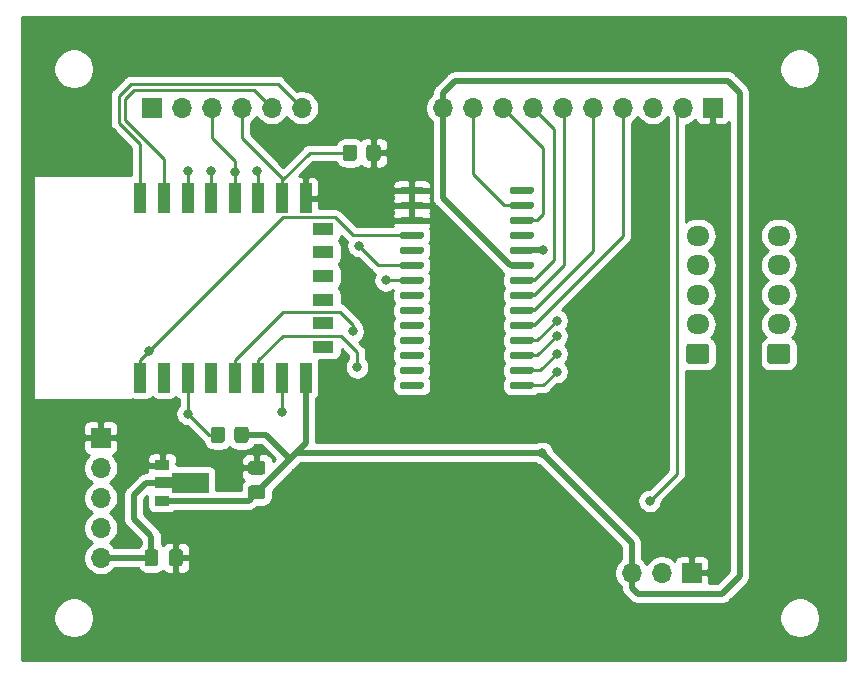
<source format=gbr>
%TF.GenerationSoftware,KiCad,Pcbnew,(5.1.9)-1*%
%TF.CreationDate,2020-12-29T21:02:10-08:00*%
%TF.ProjectId,Autoblind,4175746f-626c-4696-9e64-2e6b69636164,rev?*%
%TF.SameCoordinates,Original*%
%TF.FileFunction,Copper,L1,Top*%
%TF.FilePolarity,Positive*%
%FSLAX46Y46*%
G04 Gerber Fmt 4.6, Leading zero omitted, Abs format (unit mm)*
G04 Created by KiCad (PCBNEW (5.1.9)-1) date 2020-12-29 21:02:10*
%MOMM*%
%LPD*%
G01*
G04 APERTURE LIST*
%TA.AperFunction,ComponentPad*%
%ADD10O,1.950000X1.700000*%
%TD*%
%TA.AperFunction,SMDPad,CuDef*%
%ADD11R,1.000000X2.500000*%
%TD*%
%TA.AperFunction,SMDPad,CuDef*%
%ADD12R,1.800000X1.000000*%
%TD*%
%TA.AperFunction,ComponentPad*%
%ADD13O,1.700000X1.700000*%
%TD*%
%TA.AperFunction,ComponentPad*%
%ADD14R,1.700000X1.700000*%
%TD*%
%TA.AperFunction,SMDPad,CuDef*%
%ADD15C,0.100000*%
%TD*%
%TA.AperFunction,SMDPad,CuDef*%
%ADD16R,1.300000X0.900000*%
%TD*%
%TA.AperFunction,ViaPad*%
%ADD17C,0.800000*%
%TD*%
%TA.AperFunction,Conductor*%
%ADD18C,0.500000*%
%TD*%
%TA.AperFunction,Conductor*%
%ADD19C,0.250000*%
%TD*%
%TA.AperFunction,Conductor*%
%ADD20C,0.254000*%
%TD*%
%TA.AperFunction,Conductor*%
%ADD21C,0.100000*%
%TD*%
G04 APERTURE END LIST*
%TO.P,U3,28*%
%TO.N,Net-(U3-Pad28)*%
%TA.AperFunction,SMDPad,CuDef*%
G36*
G01*
X71305000Y-110975000D02*
X71305000Y-111275000D01*
G75*
G02*
X71155000Y-111425000I-150000J0D01*
G01*
X69405000Y-111425000D01*
G75*
G02*
X69255000Y-111275000I0J150000D01*
G01*
X69255000Y-110975000D01*
G75*
G02*
X69405000Y-110825000I150000J0D01*
G01*
X71155000Y-110825000D01*
G75*
G02*
X71305000Y-110975000I0J-150000D01*
G01*
G37*
%TD.AperFunction*%
%TO.P,U3,27*%
%TO.N,Net-(U3-Pad27)*%
%TA.AperFunction,SMDPad,CuDef*%
G36*
G01*
X71305000Y-109705000D02*
X71305000Y-110005000D01*
G75*
G02*
X71155000Y-110155000I-150000J0D01*
G01*
X69405000Y-110155000D01*
G75*
G02*
X69255000Y-110005000I0J150000D01*
G01*
X69255000Y-109705000D01*
G75*
G02*
X69405000Y-109555000I150000J0D01*
G01*
X71155000Y-109555000D01*
G75*
G02*
X71305000Y-109705000I0J-150000D01*
G01*
G37*
%TD.AperFunction*%
%TO.P,U3,26*%
%TO.N,Net-(U3-Pad26)*%
%TA.AperFunction,SMDPad,CuDef*%
G36*
G01*
X71305000Y-108435000D02*
X71305000Y-108735000D01*
G75*
G02*
X71155000Y-108885000I-150000J0D01*
G01*
X69405000Y-108885000D01*
G75*
G02*
X69255000Y-108735000I0J150000D01*
G01*
X69255000Y-108435000D01*
G75*
G02*
X69405000Y-108285000I150000J0D01*
G01*
X71155000Y-108285000D01*
G75*
G02*
X71305000Y-108435000I0J-150000D01*
G01*
G37*
%TD.AperFunction*%
%TO.P,U3,25*%
%TO.N,Net-(U3-Pad25)*%
%TA.AperFunction,SMDPad,CuDef*%
G36*
G01*
X71305000Y-107165000D02*
X71305000Y-107465000D01*
G75*
G02*
X71155000Y-107615000I-150000J0D01*
G01*
X69405000Y-107615000D01*
G75*
G02*
X69255000Y-107465000I0J150000D01*
G01*
X69255000Y-107165000D01*
G75*
G02*
X69405000Y-107015000I150000J0D01*
G01*
X71155000Y-107015000D01*
G75*
G02*
X71305000Y-107165000I0J-150000D01*
G01*
G37*
%TD.AperFunction*%
%TO.P,U3,24*%
%TO.N,Net-(U3-Pad24)*%
%TA.AperFunction,SMDPad,CuDef*%
G36*
G01*
X71305000Y-105895000D02*
X71305000Y-106195000D01*
G75*
G02*
X71155000Y-106345000I-150000J0D01*
G01*
X69405000Y-106345000D01*
G75*
G02*
X69255000Y-106195000I0J150000D01*
G01*
X69255000Y-105895000D01*
G75*
G02*
X69405000Y-105745000I150000J0D01*
G01*
X71155000Y-105745000D01*
G75*
G02*
X71305000Y-105895000I0J-150000D01*
G01*
G37*
%TD.AperFunction*%
%TO.P,U3,23*%
%TO.N,Net-(U3-Pad23)*%
%TA.AperFunction,SMDPad,CuDef*%
G36*
G01*
X71305000Y-104625000D02*
X71305000Y-104925000D01*
G75*
G02*
X71155000Y-105075000I-150000J0D01*
G01*
X69405000Y-105075000D01*
G75*
G02*
X69255000Y-104925000I0J150000D01*
G01*
X69255000Y-104625000D01*
G75*
G02*
X69405000Y-104475000I150000J0D01*
G01*
X71155000Y-104475000D01*
G75*
G02*
X71305000Y-104625000I0J-150000D01*
G01*
G37*
%TD.AperFunction*%
%TO.P,U3,22*%
%TO.N,Net-(U3-Pad22)*%
%TA.AperFunction,SMDPad,CuDef*%
G36*
G01*
X71305000Y-103355000D02*
X71305000Y-103655000D01*
G75*
G02*
X71155000Y-103805000I-150000J0D01*
G01*
X69405000Y-103805000D01*
G75*
G02*
X69255000Y-103655000I0J150000D01*
G01*
X69255000Y-103355000D01*
G75*
G02*
X69405000Y-103205000I150000J0D01*
G01*
X71155000Y-103205000D01*
G75*
G02*
X71305000Y-103355000I0J-150000D01*
G01*
G37*
%TD.AperFunction*%
%TO.P,U3,21*%
%TO.N,/BTN*%
%TA.AperFunction,SMDPad,CuDef*%
G36*
G01*
X71305000Y-102085000D02*
X71305000Y-102385000D01*
G75*
G02*
X71155000Y-102535000I-150000J0D01*
G01*
X69405000Y-102535000D01*
G75*
G02*
X69255000Y-102385000I0J150000D01*
G01*
X69255000Y-102085000D01*
G75*
G02*
X69405000Y-101935000I150000J0D01*
G01*
X71155000Y-101935000D01*
G75*
G02*
X71305000Y-102085000I0J-150000D01*
G01*
G37*
%TD.AperFunction*%
%TO.P,U3,20*%
%TO.N,/INT*%
%TA.AperFunction,SMDPad,CuDef*%
G36*
G01*
X71305000Y-100815000D02*
X71305000Y-101115000D01*
G75*
G02*
X71155000Y-101265000I-150000J0D01*
G01*
X69405000Y-101265000D01*
G75*
G02*
X69255000Y-101115000I0J150000D01*
G01*
X69255000Y-100815000D01*
G75*
G02*
X69405000Y-100665000I150000J0D01*
G01*
X71155000Y-100665000D01*
G75*
G02*
X71305000Y-100815000I0J-150000D01*
G01*
G37*
%TD.AperFunction*%
%TO.P,U3,19*%
%TO.N,Net-(U3-Pad19)*%
%TA.AperFunction,SMDPad,CuDef*%
G36*
G01*
X71305000Y-99545000D02*
X71305000Y-99845000D01*
G75*
G02*
X71155000Y-99995000I-150000J0D01*
G01*
X69405000Y-99995000D01*
G75*
G02*
X69255000Y-99845000I0J150000D01*
G01*
X69255000Y-99545000D01*
G75*
G02*
X69405000Y-99395000I150000J0D01*
G01*
X71155000Y-99395000D01*
G75*
G02*
X71305000Y-99545000I0J-150000D01*
G01*
G37*
%TD.AperFunction*%
%TO.P,U3,18*%
%TO.N,/RESET*%
%TA.AperFunction,SMDPad,CuDef*%
G36*
G01*
X71305000Y-98275000D02*
X71305000Y-98575000D01*
G75*
G02*
X71155000Y-98725000I-150000J0D01*
G01*
X69405000Y-98725000D01*
G75*
G02*
X69255000Y-98575000I0J150000D01*
G01*
X69255000Y-98275000D01*
G75*
G02*
X69405000Y-98125000I150000J0D01*
G01*
X71155000Y-98125000D01*
G75*
G02*
X71305000Y-98275000I0J-150000D01*
G01*
G37*
%TD.AperFunction*%
%TO.P,U3,17*%
%TO.N,GND*%
%TA.AperFunction,SMDPad,CuDef*%
G36*
G01*
X71305000Y-97005000D02*
X71305000Y-97305000D01*
G75*
G02*
X71155000Y-97455000I-150000J0D01*
G01*
X69405000Y-97455000D01*
G75*
G02*
X69255000Y-97305000I0J150000D01*
G01*
X69255000Y-97005000D01*
G75*
G02*
X69405000Y-96855000I150000J0D01*
G01*
X71155000Y-96855000D01*
G75*
G02*
X71305000Y-97005000I0J-150000D01*
G01*
G37*
%TD.AperFunction*%
%TO.P,U3,16*%
%TA.AperFunction,SMDPad,CuDef*%
G36*
G01*
X71305000Y-95735000D02*
X71305000Y-96035000D01*
G75*
G02*
X71155000Y-96185000I-150000J0D01*
G01*
X69405000Y-96185000D01*
G75*
G02*
X69255000Y-96035000I0J150000D01*
G01*
X69255000Y-95735000D01*
G75*
G02*
X69405000Y-95585000I150000J0D01*
G01*
X71155000Y-95585000D01*
G75*
G02*
X71305000Y-95735000I0J-150000D01*
G01*
G37*
%TD.AperFunction*%
%TO.P,U3,15*%
%TA.AperFunction,SMDPad,CuDef*%
G36*
G01*
X71305000Y-94465000D02*
X71305000Y-94765000D01*
G75*
G02*
X71155000Y-94915000I-150000J0D01*
G01*
X69405000Y-94915000D01*
G75*
G02*
X69255000Y-94765000I0J150000D01*
G01*
X69255000Y-94465000D01*
G75*
G02*
X69405000Y-94315000I150000J0D01*
G01*
X71155000Y-94315000D01*
G75*
G02*
X71305000Y-94465000I0J-150000D01*
G01*
G37*
%TD.AperFunction*%
%TO.P,U3,14*%
%TO.N,Net-(U3-Pad14)*%
%TA.AperFunction,SMDPad,CuDef*%
G36*
G01*
X80605000Y-94465000D02*
X80605000Y-94765000D01*
G75*
G02*
X80455000Y-94915000I-150000J0D01*
G01*
X78705000Y-94915000D01*
G75*
G02*
X78555000Y-94765000I0J150000D01*
G01*
X78555000Y-94465000D01*
G75*
G02*
X78705000Y-94315000I150000J0D01*
G01*
X80455000Y-94315000D01*
G75*
G02*
X80605000Y-94465000I0J-150000D01*
G01*
G37*
%TD.AperFunction*%
%TO.P,U3,13*%
%TO.N,/SDA*%
%TA.AperFunction,SMDPad,CuDef*%
G36*
G01*
X80605000Y-95735000D02*
X80605000Y-96035000D01*
G75*
G02*
X80455000Y-96185000I-150000J0D01*
G01*
X78705000Y-96185000D01*
G75*
G02*
X78555000Y-96035000I0J150000D01*
G01*
X78555000Y-95735000D01*
G75*
G02*
X78705000Y-95585000I150000J0D01*
G01*
X80455000Y-95585000D01*
G75*
G02*
X80605000Y-95735000I0J-150000D01*
G01*
G37*
%TD.AperFunction*%
%TO.P,U3,12*%
%TO.N,/SCL*%
%TA.AperFunction,SMDPad,CuDef*%
G36*
G01*
X80605000Y-97005000D02*
X80605000Y-97305000D01*
G75*
G02*
X80455000Y-97455000I-150000J0D01*
G01*
X78705000Y-97455000D01*
G75*
G02*
X78555000Y-97305000I0J150000D01*
G01*
X78555000Y-97005000D01*
G75*
G02*
X78705000Y-96855000I150000J0D01*
G01*
X80455000Y-96855000D01*
G75*
G02*
X80605000Y-97005000I0J-150000D01*
G01*
G37*
%TD.AperFunction*%
%TO.P,U3,11*%
%TO.N,Net-(U3-Pad11)*%
%TA.AperFunction,SMDPad,CuDef*%
G36*
G01*
X80605000Y-98275000D02*
X80605000Y-98575000D01*
G75*
G02*
X80455000Y-98725000I-150000J0D01*
G01*
X78705000Y-98725000D01*
G75*
G02*
X78555000Y-98575000I0J150000D01*
G01*
X78555000Y-98275000D01*
G75*
G02*
X78705000Y-98125000I150000J0D01*
G01*
X80455000Y-98125000D01*
G75*
G02*
X80605000Y-98275000I0J-150000D01*
G01*
G37*
%TD.AperFunction*%
%TO.P,U3,10*%
%TO.N,GND*%
%TA.AperFunction,SMDPad,CuDef*%
G36*
G01*
X80605000Y-99545000D02*
X80605000Y-99845000D01*
G75*
G02*
X80455000Y-99995000I-150000J0D01*
G01*
X78705000Y-99995000D01*
G75*
G02*
X78555000Y-99845000I0J150000D01*
G01*
X78555000Y-99545000D01*
G75*
G02*
X78705000Y-99395000I150000J0D01*
G01*
X80455000Y-99395000D01*
G75*
G02*
X80605000Y-99545000I0J-150000D01*
G01*
G37*
%TD.AperFunction*%
%TO.P,U3,9*%
%TO.N,+3V3*%
%TA.AperFunction,SMDPad,CuDef*%
G36*
G01*
X80605000Y-100815000D02*
X80605000Y-101115000D01*
G75*
G02*
X80455000Y-101265000I-150000J0D01*
G01*
X78705000Y-101265000D01*
G75*
G02*
X78555000Y-101115000I0J150000D01*
G01*
X78555000Y-100815000D01*
G75*
G02*
X78705000Y-100665000I150000J0D01*
G01*
X80455000Y-100665000D01*
G75*
G02*
X80605000Y-100815000I0J-150000D01*
G01*
G37*
%TD.AperFunction*%
%TO.P,U3,8*%
%TO.N,/EIGHT*%
%TA.AperFunction,SMDPad,CuDef*%
G36*
G01*
X80605000Y-102085000D02*
X80605000Y-102385000D01*
G75*
G02*
X80455000Y-102535000I-150000J0D01*
G01*
X78705000Y-102535000D01*
G75*
G02*
X78555000Y-102385000I0J150000D01*
G01*
X78555000Y-102085000D01*
G75*
G02*
X78705000Y-101935000I150000J0D01*
G01*
X80455000Y-101935000D01*
G75*
G02*
X80605000Y-102085000I0J-150000D01*
G01*
G37*
%TD.AperFunction*%
%TO.P,U3,7*%
%TO.N,/FOUR*%
%TA.AperFunction,SMDPad,CuDef*%
G36*
G01*
X80605000Y-103355000D02*
X80605000Y-103655000D01*
G75*
G02*
X80455000Y-103805000I-150000J0D01*
G01*
X78705000Y-103805000D01*
G75*
G02*
X78555000Y-103655000I0J150000D01*
G01*
X78555000Y-103355000D01*
G75*
G02*
X78705000Y-103205000I150000J0D01*
G01*
X80455000Y-103205000D01*
G75*
G02*
X80605000Y-103355000I0J-150000D01*
G01*
G37*
%TD.AperFunction*%
%TO.P,U3,6*%
%TO.N,/TWO*%
%TA.AperFunction,SMDPad,CuDef*%
G36*
G01*
X80605000Y-104625000D02*
X80605000Y-104925000D01*
G75*
G02*
X80455000Y-105075000I-150000J0D01*
G01*
X78705000Y-105075000D01*
G75*
G02*
X78555000Y-104925000I0J150000D01*
G01*
X78555000Y-104625000D01*
G75*
G02*
X78705000Y-104475000I150000J0D01*
G01*
X80455000Y-104475000D01*
G75*
G02*
X80605000Y-104625000I0J-150000D01*
G01*
G37*
%TD.AperFunction*%
%TO.P,U3,5*%
%TO.N,/ONE*%
%TA.AperFunction,SMDPad,CuDef*%
G36*
G01*
X80605000Y-105895000D02*
X80605000Y-106195000D01*
G75*
G02*
X80455000Y-106345000I-150000J0D01*
G01*
X78705000Y-106345000D01*
G75*
G02*
X78555000Y-106195000I0J150000D01*
G01*
X78555000Y-105895000D01*
G75*
G02*
X78705000Y-105745000I150000J0D01*
G01*
X80455000Y-105745000D01*
G75*
G02*
X80605000Y-105895000I0J-150000D01*
G01*
G37*
%TD.AperFunction*%
%TO.P,U3,4*%
%TO.N,/COIL4*%
%TA.AperFunction,SMDPad,CuDef*%
G36*
G01*
X80605000Y-107165000D02*
X80605000Y-107465000D01*
G75*
G02*
X80455000Y-107615000I-150000J0D01*
G01*
X78705000Y-107615000D01*
G75*
G02*
X78555000Y-107465000I0J150000D01*
G01*
X78555000Y-107165000D01*
G75*
G02*
X78705000Y-107015000I150000J0D01*
G01*
X80455000Y-107015000D01*
G75*
G02*
X80605000Y-107165000I0J-150000D01*
G01*
G37*
%TD.AperFunction*%
%TO.P,U3,3*%
%TO.N,/COIL3*%
%TA.AperFunction,SMDPad,CuDef*%
G36*
G01*
X80605000Y-108435000D02*
X80605000Y-108735000D01*
G75*
G02*
X80455000Y-108885000I-150000J0D01*
G01*
X78705000Y-108885000D01*
G75*
G02*
X78555000Y-108735000I0J150000D01*
G01*
X78555000Y-108435000D01*
G75*
G02*
X78705000Y-108285000I150000J0D01*
G01*
X80455000Y-108285000D01*
G75*
G02*
X80605000Y-108435000I0J-150000D01*
G01*
G37*
%TD.AperFunction*%
%TO.P,U3,2*%
%TO.N,/COIL2*%
%TA.AperFunction,SMDPad,CuDef*%
G36*
G01*
X80605000Y-109705000D02*
X80605000Y-110005000D01*
G75*
G02*
X80455000Y-110155000I-150000J0D01*
G01*
X78705000Y-110155000D01*
G75*
G02*
X78555000Y-110005000I0J150000D01*
G01*
X78555000Y-109705000D01*
G75*
G02*
X78705000Y-109555000I150000J0D01*
G01*
X80455000Y-109555000D01*
G75*
G02*
X80605000Y-109705000I0J-150000D01*
G01*
G37*
%TD.AperFunction*%
%TO.P,U3,1*%
%TO.N,/COIL1*%
%TA.AperFunction,SMDPad,CuDef*%
G36*
G01*
X80605000Y-110975000D02*
X80605000Y-111275000D01*
G75*
G02*
X80455000Y-111425000I-150000J0D01*
G01*
X78705000Y-111425000D01*
G75*
G02*
X78555000Y-111275000I0J150000D01*
G01*
X78555000Y-110975000D01*
G75*
G02*
X78705000Y-110825000I150000J0D01*
G01*
X80455000Y-110825000D01*
G75*
G02*
X80605000Y-110975000I0J-150000D01*
G01*
G37*
%TD.AperFunction*%
%TD*%
D10*
%TO.P,J6,5*%
%TO.N,+5V*%
X101346000Y-98458000D03*
%TO.P,J6,4*%
%TO.N,/ORANGE*%
X101346000Y-100958000D03*
%TO.P,J6,3*%
%TO.N,/YELLOW*%
X101346000Y-103458000D03*
%TO.P,J6,2*%
%TO.N,/PINK*%
X101346000Y-105958000D03*
%TO.P,J6,1*%
%TO.N,/BLUE*%
%TA.AperFunction,ComponentPad*%
G36*
G01*
X102071000Y-109308000D02*
X100621000Y-109308000D01*
G75*
G02*
X100371000Y-109058000I0J250000D01*
G01*
X100371000Y-107858000D01*
G75*
G02*
X100621000Y-107608000I250000J0D01*
G01*
X102071000Y-107608000D01*
G75*
G02*
X102321000Y-107858000I0J-250000D01*
G01*
X102321000Y-109058000D01*
G75*
G02*
X102071000Y-109308000I-250000J0D01*
G01*
G37*
%TD.AperFunction*%
%TD*%
%TO.P,J5,5*%
%TO.N,+5V*%
X94488000Y-98458000D03*
%TO.P,J5,4*%
%TO.N,/ORANGE*%
X94488000Y-100958000D03*
%TO.P,J5,3*%
%TO.N,/YELLOW*%
X94488000Y-103458000D03*
%TO.P,J5,2*%
%TO.N,/PINK*%
X94488000Y-105958000D03*
%TO.P,J5,1*%
%TO.N,/BLUE*%
%TA.AperFunction,ComponentPad*%
G36*
G01*
X95213000Y-109308000D02*
X93763000Y-109308000D01*
G75*
G02*
X93513000Y-109058000I0J250000D01*
G01*
X93513000Y-107858000D01*
G75*
G02*
X93763000Y-107608000I250000J0D01*
G01*
X95213000Y-107608000D01*
G75*
G02*
X95463000Y-107858000I0J-250000D01*
G01*
X95463000Y-109058000D01*
G75*
G02*
X95213000Y-109308000I-250000J0D01*
G01*
G37*
%TD.AperFunction*%
%TD*%
D11*
%TO.P,U1,22*%
%TO.N,/TXD*%
X47300000Y-95270000D03*
%TO.P,U1,21*%
%TO.N,/RXD*%
X49300000Y-95270000D03*
%TO.P,U1,20*%
%TO.N,/SCL*%
X51300000Y-95270000D03*
%TO.P,U1,19*%
%TO.N,/SDA*%
X53300000Y-95270000D03*
%TO.P,U1,18*%
%TO.N,/CS*%
X55300000Y-95270000D03*
%TO.P,U1,17*%
%TO.N,/INT*%
X57300000Y-95270000D03*
%TO.P,U1,16*%
%TO.N,/BOOT*%
X59300000Y-95270000D03*
%TO.P,U1,15*%
%TO.N,GND*%
X61300000Y-95270000D03*
D12*
%TO.P,U1,14*%
%TO.N,Net-(U1-Pad14)*%
X62800000Y-97870000D03*
%TO.P,U1,13*%
%TO.N,Net-(U1-Pad13)*%
X62800000Y-99870000D03*
%TO.P,U1,12*%
%TO.N,Net-(U1-Pad12)*%
X62800000Y-101870000D03*
%TO.P,U1,11*%
%TO.N,Net-(U1-Pad11)*%
X62800000Y-103870000D03*
%TO.P,U1,10*%
%TO.N,Net-(U1-Pad10)*%
X62800000Y-105870000D03*
%TO.P,U1,9*%
%TO.N,Net-(U1-Pad9)*%
X62800000Y-107870000D03*
D11*
%TO.P,U1,8*%
%TO.N,+3V3*%
X61300000Y-110470000D03*
%TO.P,U1,7*%
%TO.N,/MOSI*%
X59300000Y-110470000D03*
%TO.P,U1,6*%
%TO.N,/MISO*%
X57300000Y-110470000D03*
%TO.P,U1,5*%
%TO.N,/SPICLK*%
X55300000Y-110470000D03*
%TO.P,U1,4*%
%TO.N,Net-(U1-Pad4)*%
X53300000Y-110470000D03*
%TO.P,U1,3*%
%TO.N,/ENABLE*%
X51300000Y-110470000D03*
%TO.P,U1,2*%
%TO.N,Net-(U1-Pad2)*%
X49300000Y-110470000D03*
%TO.P,U1,1*%
%TO.N,/RESET*%
X47300000Y-110470000D03*
%TD*%
%TO.P,R1,2*%
%TO.N,/ENABLE*%
%TA.AperFunction,SMDPad,CuDef*%
G36*
G01*
X54464000Y-114865999D02*
X54464000Y-115766001D01*
G75*
G02*
X54214001Y-116016000I-249999J0D01*
G01*
X53513999Y-116016000D01*
G75*
G02*
X53264000Y-115766001I0J249999D01*
G01*
X53264000Y-114865999D01*
G75*
G02*
X53513999Y-114616000I249999J0D01*
G01*
X54214001Y-114616000D01*
G75*
G02*
X54464000Y-114865999I0J-249999D01*
G01*
G37*
%TD.AperFunction*%
%TO.P,R1,1*%
%TO.N,+3V3*%
%TA.AperFunction,SMDPad,CuDef*%
G36*
G01*
X56464000Y-114865999D02*
X56464000Y-115766001D01*
G75*
G02*
X56214001Y-116016000I-249999J0D01*
G01*
X55513999Y-116016000D01*
G75*
G02*
X55264000Y-115766001I0J249999D01*
G01*
X55264000Y-114865999D01*
G75*
G02*
X55513999Y-114616000I249999J0D01*
G01*
X56214001Y-114616000D01*
G75*
G02*
X56464000Y-114865999I0J-249999D01*
G01*
G37*
%TD.AperFunction*%
%TD*%
D13*
%TO.P,J1,5*%
%TO.N,+5V*%
X43942000Y-125730000D03*
%TO.P,J1,4*%
%TO.N,/ID*%
X43942000Y-123190000D03*
%TO.P,J1,3*%
%TO.N,/D+*%
X43942000Y-120650000D03*
%TO.P,J1,2*%
%TO.N,/D-*%
X43942000Y-118110000D03*
D14*
%TO.P,J1,1*%
%TO.N,GND*%
X43942000Y-115570000D03*
%TD*%
%TA.AperFunction,SMDPad,CuDef*%
D15*
%TO.P,U2,2*%
%TO.N,+5V*%
G36*
X53100000Y-120246500D02*
G01*
X49975000Y-120246500D01*
X49975000Y-119830000D01*
X48500000Y-119830000D01*
X48500000Y-118930000D01*
X49975000Y-118930000D01*
X49975000Y-118513500D01*
X53100000Y-118513500D01*
X53100000Y-120246500D01*
G37*
%TD.AperFunction*%
D16*
%TO.P,U2,3*%
%TO.N,+3V3*%
X49150000Y-120880000D03*
%TO.P,U2,1*%
%TO.N,GND*%
X49150000Y-117880000D03*
%TD*%
D13*
%TO.P,J4,3*%
%TO.N,+3V3*%
X88900000Y-127000000D03*
%TO.P,J4,2*%
%TO.N,/HALL*%
X91440000Y-127000000D03*
D14*
%TO.P,J4,1*%
%TO.N,GND*%
X93980000Y-127000000D03*
%TD*%
D13*
%TO.P,J3,10*%
%TO.N,+3V3*%
X72898000Y-87630000D03*
%TO.P,J3,9*%
%TO.N,/SDA*%
X75438000Y-87630000D03*
%TO.P,J3,8*%
%TO.N,/SCL*%
X77978000Y-87630000D03*
%TO.P,J3,7*%
%TO.N,/EIGHT*%
X80518000Y-87630000D03*
%TO.P,J3,6*%
%TO.N,/FOUR*%
X83058000Y-87630000D03*
%TO.P,J3,5*%
%TO.N,/TWO*%
X85598000Y-87630000D03*
%TO.P,J3,4*%
%TO.N,/ONE*%
X88138000Y-87630000D03*
%TO.P,J3,3*%
%TO.N,/BTN*%
X90678000Y-87630000D03*
%TO.P,J3,2*%
%TO.N,/PHOT*%
X93218000Y-87630000D03*
D14*
%TO.P,J3,1*%
%TO.N,GND*%
X95758000Y-87630000D03*
%TD*%
D13*
%TO.P,J2,6*%
%TO.N,/TXD*%
X60960000Y-87630000D03*
%TO.P,J2,5*%
%TO.N,/RXD*%
X58420000Y-87630000D03*
%TO.P,J2,4*%
%TO.N,/BOOT*%
X55880000Y-87630000D03*
%TO.P,J2,3*%
%TO.N,/CS*%
X53340000Y-87630000D03*
%TO.P,J2,2*%
%TO.N,/ENABLE*%
X50800000Y-87630000D03*
D14*
%TO.P,J2,1*%
%TO.N,/RESET*%
X48260000Y-87630000D03*
%TD*%
%TO.P,R2,2*%
%TO.N,GND*%
%TA.AperFunction,SMDPad,CuDef*%
G36*
G01*
X66440000Y-91890001D02*
X66440000Y-90989999D01*
G75*
G02*
X66689999Y-90740000I249999J0D01*
G01*
X67390001Y-90740000D01*
G75*
G02*
X67640000Y-90989999I0J-249999D01*
G01*
X67640000Y-91890001D01*
G75*
G02*
X67390001Y-92140000I-249999J0D01*
G01*
X66689999Y-92140000D01*
G75*
G02*
X66440000Y-91890001I0J249999D01*
G01*
G37*
%TD.AperFunction*%
%TO.P,R2,1*%
%TO.N,/BOOT*%
%TA.AperFunction,SMDPad,CuDef*%
G36*
G01*
X64440000Y-91890001D02*
X64440000Y-90989999D01*
G75*
G02*
X64689999Y-90740000I249999J0D01*
G01*
X65390001Y-90740000D01*
G75*
G02*
X65640000Y-90989999I0J-249999D01*
G01*
X65640000Y-91890001D01*
G75*
G02*
X65390001Y-92140000I-249999J0D01*
G01*
X64689999Y-92140000D01*
G75*
G02*
X64440000Y-91890001I0J249999D01*
G01*
G37*
%TD.AperFunction*%
%TD*%
%TO.P,C2,1*%
%TO.N,+3V3*%
%TA.AperFunction,SMDPad,CuDef*%
G36*
G01*
X57625000Y-120772500D02*
X56675000Y-120772500D01*
G75*
G02*
X56425000Y-120522500I0J250000D01*
G01*
X56425000Y-119847500D01*
G75*
G02*
X56675000Y-119597500I250000J0D01*
G01*
X57625000Y-119597500D01*
G75*
G02*
X57875000Y-119847500I0J-250000D01*
G01*
X57875000Y-120522500D01*
G75*
G02*
X57625000Y-120772500I-250000J0D01*
G01*
G37*
%TD.AperFunction*%
%TO.P,C2,2*%
%TO.N,GND*%
%TA.AperFunction,SMDPad,CuDef*%
G36*
G01*
X57625000Y-118697500D02*
X56675000Y-118697500D01*
G75*
G02*
X56425000Y-118447500I0J250000D01*
G01*
X56425000Y-117772500D01*
G75*
G02*
X56675000Y-117522500I250000J0D01*
G01*
X57625000Y-117522500D01*
G75*
G02*
X57875000Y-117772500I0J-250000D01*
G01*
X57875000Y-118447500D01*
G75*
G02*
X57625000Y-118697500I-250000J0D01*
G01*
G37*
%TD.AperFunction*%
%TD*%
%TO.P,C1,1*%
%TO.N,+5V*%
%TA.AperFunction,SMDPad,CuDef*%
G36*
G01*
X47651000Y-126205000D02*
X47651000Y-125255000D01*
G75*
G02*
X47901000Y-125005000I250000J0D01*
G01*
X48576000Y-125005000D01*
G75*
G02*
X48826000Y-125255000I0J-250000D01*
G01*
X48826000Y-126205000D01*
G75*
G02*
X48576000Y-126455000I-250000J0D01*
G01*
X47901000Y-126455000D01*
G75*
G02*
X47651000Y-126205000I0J250000D01*
G01*
G37*
%TD.AperFunction*%
%TO.P,C1,2*%
%TO.N,GND*%
%TA.AperFunction,SMDPad,CuDef*%
G36*
G01*
X49726000Y-126205000D02*
X49726000Y-125255000D01*
G75*
G02*
X49976000Y-125005000I250000J0D01*
G01*
X50651000Y-125005000D01*
G75*
G02*
X50901000Y-125255000I0J-250000D01*
G01*
X50901000Y-126205000D01*
G75*
G02*
X50651000Y-126455000I-250000J0D01*
G01*
X49976000Y-126455000D01*
G75*
G02*
X49726000Y-126205000I0J250000D01*
G01*
G37*
%TD.AperFunction*%
%TD*%
D17*
%TO.N,GND*%
X81407000Y-99695000D03*
%TO.N,+3V3*%
X81280000Y-116840000D03*
X81280000Y-116840000D03*
%TO.N,/ENABLE*%
X51308000Y-113538000D03*
%TO.N,/SCL*%
X51308000Y-92964000D03*
%TO.N,/SDA*%
X53300000Y-93004000D03*
%TO.N,/CS*%
X55300000Y-93036000D03*
%TO.N,/INT*%
X57150000Y-92964000D03*
X65786000Y-99314000D03*
%TO.N,/MOSI*%
X59300000Y-113420000D03*
%TO.N,/MISO*%
X65659000Y-109601000D03*
%TO.N,/SPICLK*%
X65278000Y-106553000D03*
%TO.N,/RESET*%
X48036000Y-108234000D03*
%TO.N,/PHOT*%
X90424000Y-120904000D03*
%TO.N,/BTN*%
X68072000Y-102235000D03*
%TO.N,/COIL4*%
X82550000Y-105664000D03*
%TO.N,/COIL3*%
X82545340Y-106929340D03*
%TO.N,/COIL2*%
X82550000Y-108458000D03*
%TO.N,/COIL1*%
X82550000Y-109982000D03*
%TD*%
D18*
%TO.N,GND*%
X79580000Y-99695000D02*
X81407000Y-99695000D01*
%TO.N,+5V*%
X43942000Y-125730000D02*
X48238500Y-125730000D01*
X48238500Y-125730000D02*
X48238500Y-123930500D01*
X48133000Y-123825000D02*
X46736000Y-122428000D01*
X48260000Y-119380000D02*
X49237500Y-119380000D01*
X47752000Y-119380000D02*
X48260000Y-119380000D01*
X46736000Y-120396000D02*
X47752000Y-119380000D01*
X46736000Y-122428000D02*
X46736000Y-120396000D01*
%TO.N,+3V3*%
X56455000Y-120880000D02*
X57150000Y-120185000D01*
X49150000Y-120880000D02*
X56455000Y-120880000D01*
X61300000Y-112100000D02*
X61300000Y-110470000D01*
X81280000Y-116840000D02*
X81280000Y-116840000D01*
X81280000Y-116840000D02*
X81280000Y-116840000D01*
X57912000Y-115316000D02*
X59965500Y-117369500D01*
X55864000Y-115316000D02*
X57912000Y-115316000D01*
X59965500Y-117369500D02*
X61300000Y-116035000D01*
X61300000Y-116035000D02*
X61300000Y-110470000D01*
X60495000Y-116840000D02*
X59330500Y-118004500D01*
X81280000Y-116840000D02*
X60495000Y-116840000D01*
X59330500Y-118004500D02*
X59965500Y-117369500D01*
X57150000Y-120185000D02*
X59330500Y-118004500D01*
X72898000Y-95308000D02*
X72898000Y-87630000D01*
X78555000Y-100965000D02*
X72898000Y-95308000D01*
X79580000Y-100965000D02*
X78555000Y-100965000D01*
X88900000Y-127000000D02*
X88900000Y-124460000D01*
X88900000Y-124460000D02*
X81280000Y-116840000D01*
X97028000Y-85344000D02*
X73914000Y-85344000D01*
X98044000Y-86360000D02*
X97028000Y-85344000D01*
X73914000Y-85344000D02*
X72898000Y-86360000D01*
X96520000Y-128778000D02*
X98044000Y-127254000D01*
X89408000Y-128778000D02*
X96520000Y-128778000D01*
X98044000Y-127254000D02*
X98044000Y-86360000D01*
X88900000Y-128270000D02*
X89408000Y-128778000D01*
X72898000Y-86360000D02*
X72898000Y-87630000D01*
X88900000Y-127000000D02*
X88900000Y-128270000D01*
D19*
%TO.N,/ENABLE*%
X51300000Y-112260000D02*
X51300000Y-110470000D01*
X51300000Y-113530000D02*
X51300000Y-112260000D01*
X53086000Y-115316000D02*
X51300000Y-113530000D01*
X53864000Y-115316000D02*
X53086000Y-115316000D01*
%TO.N,/BOOT*%
X55880000Y-87630000D02*
X55880000Y-90170000D01*
X59300000Y-93590000D02*
X59300000Y-95270000D01*
X55880000Y-90170000D02*
X59300000Y-93590000D01*
X59300000Y-93770000D02*
X59300000Y-95270000D01*
X61630000Y-91440000D02*
X59300000Y-93770000D01*
X65040000Y-91440000D02*
X61630000Y-91440000D01*
%TO.N,/SCL*%
X51300000Y-92972000D02*
X51300000Y-92972000D01*
X51300000Y-92972000D02*
X51308000Y-92964000D01*
X51300000Y-95270000D02*
X51300000Y-92972000D01*
X81407000Y-91059000D02*
X77978000Y-87630000D01*
X81407000Y-96647000D02*
X81407000Y-91059000D01*
X80899000Y-97155000D02*
X81407000Y-96647000D01*
X79580000Y-97155000D02*
X80899000Y-97155000D01*
%TO.N,/SDA*%
X53300000Y-95270000D02*
X53300000Y-93004000D01*
X53300000Y-93004000D02*
X53300000Y-93004000D01*
X75438000Y-93218000D02*
X75438000Y-87630000D01*
X78105000Y-95885000D02*
X75438000Y-93218000D01*
X79580000Y-95885000D02*
X78105000Y-95885000D01*
%TO.N,/CS*%
X53340000Y-87630000D02*
X53340000Y-90170000D01*
X55300000Y-92130000D02*
X55300000Y-92782000D01*
X53340000Y-90170000D02*
X55300000Y-92130000D01*
X55300000Y-92782000D02*
X55300000Y-93036000D01*
X55300000Y-93036000D02*
X55300000Y-95270000D01*
%TO.N,/INT*%
X67691000Y-100965000D02*
X67691000Y-100965000D01*
X57300000Y-93114000D02*
X57150000Y-92964000D01*
X57300000Y-95270000D02*
X57300000Y-93114000D01*
X67437000Y-100965000D02*
X70280000Y-100965000D01*
X67437000Y-100965000D02*
X65786000Y-99314000D01*
%TO.N,/MOSI*%
X59300000Y-110470000D02*
X59300000Y-113420000D01*
X59300000Y-113420000D02*
X59300000Y-113420000D01*
%TO.N,/MISO*%
X65659000Y-108331000D02*
X65659000Y-109601000D01*
X59336000Y-106934000D02*
X64262000Y-106934000D01*
X57300000Y-110470000D02*
X57300000Y-108970000D01*
X57300000Y-108970000D02*
X59336000Y-106934000D01*
X64262000Y-106934000D02*
X65659000Y-108331000D01*
%TO.N,/SPICLK*%
X55300000Y-108970000D02*
X59368000Y-104902000D01*
X55300000Y-110470000D02*
X55300000Y-108970000D01*
X59368000Y-104902000D02*
X64192685Y-104902000D01*
X64192685Y-104902000D02*
X65278000Y-105987315D01*
X65278000Y-105987315D02*
X65278000Y-106553000D01*
%TO.N,/RESET*%
X47300000Y-110134998D02*
X47300000Y-110470000D01*
X47300000Y-108970000D02*
X48036000Y-108234000D01*
X47300000Y-110470000D02*
X47300000Y-108970000D01*
X59369000Y-96901000D02*
X63816002Y-96901000D01*
X65340002Y-98425000D02*
X70280000Y-98425000D01*
X63816002Y-96901000D02*
X65340002Y-98425000D01*
X48036000Y-108234000D02*
X59369000Y-96901000D01*
%TO.N,/PHOT*%
X91948000Y-119380000D02*
X90424000Y-120904000D01*
X92202000Y-119126000D02*
X91948000Y-119380000D01*
X92710000Y-118618000D02*
X91948000Y-119380000D01*
X92710000Y-88138000D02*
X92710000Y-118618000D01*
X93218000Y-87630000D02*
X92710000Y-88138000D01*
%TO.N,Net-(U3-Pad22)*%
X70153000Y-103378000D02*
X70280000Y-103505000D01*
%TO.N,/TXD*%
X58928000Y-85598000D02*
X60960000Y-87630000D01*
X46482000Y-85598000D02*
X58928000Y-85598000D01*
X45466000Y-88900000D02*
X45466000Y-86614000D01*
X47300000Y-90734000D02*
X45466000Y-88900000D01*
X45466000Y-86614000D02*
X46482000Y-85598000D01*
X47300000Y-95270000D02*
X47300000Y-90734000D01*
%TO.N,/RXD*%
X56896000Y-86106000D02*
X58420000Y-87630000D01*
X46736000Y-86106000D02*
X56896000Y-86106000D01*
X45974000Y-86868000D02*
X46736000Y-86106000D01*
X45974000Y-88646000D02*
X45974000Y-86868000D01*
X49300000Y-91972000D02*
X45974000Y-88646000D01*
X49300000Y-95270000D02*
X49300000Y-91972000D01*
%TO.N,/BTN*%
X68072000Y-102235000D02*
X68072000Y-102235000D01*
X68072000Y-102235000D02*
X70280000Y-102235000D01*
%TO.N,/ONE*%
X88138000Y-98512000D02*
X88138000Y-87630000D01*
X80605000Y-106045000D02*
X88138000Y-98512000D01*
X79580000Y-106045000D02*
X80605000Y-106045000D01*
%TO.N,/TWO*%
X85598000Y-99782000D02*
X85598000Y-87630000D01*
X80605000Y-104775000D02*
X85598000Y-99782000D01*
X79580000Y-104775000D02*
X80605000Y-104775000D01*
%TO.N,/FOUR*%
X83185000Y-87757000D02*
X83058000Y-87630000D01*
X83185000Y-100925000D02*
X83185000Y-87757000D01*
X80605000Y-103505000D02*
X83185000Y-100925000D01*
X79580000Y-103505000D02*
X80605000Y-103505000D01*
%TO.N,/EIGHT*%
X82296000Y-100544000D02*
X82296000Y-89408000D01*
X82296000Y-89408000D02*
X80518000Y-87630000D01*
X80605000Y-102235000D02*
X82296000Y-100544000D01*
X79580000Y-102235000D02*
X80605000Y-102235000D01*
%TO.N,/COIL4*%
X80899000Y-107315000D02*
X79580000Y-107315000D01*
X82550000Y-105664000D02*
X80899000Y-107315000D01*
%TO.N,/COIL3*%
X79580000Y-108585000D02*
X80889680Y-108585000D01*
X80889680Y-108585000D02*
X82545340Y-106929340D01*
%TO.N,/COIL2*%
X81153000Y-109855000D02*
X82550000Y-108458000D01*
X79580000Y-109855000D02*
X81153000Y-109855000D01*
%TO.N,/COIL1*%
X79580000Y-111125000D02*
X81407000Y-111125000D01*
X81407000Y-111125000D02*
X82550000Y-109982000D01*
%TD*%
D20*
%TO.N,GND*%
X106981001Y-134413000D02*
X37291000Y-134413000D01*
X37291000Y-130639117D01*
X39921000Y-130639117D01*
X39921000Y-130980883D01*
X39987675Y-131316081D01*
X40118463Y-131631831D01*
X40308337Y-131915998D01*
X40550002Y-132157663D01*
X40834169Y-132347537D01*
X41149919Y-132478325D01*
X41485117Y-132545000D01*
X41826883Y-132545000D01*
X42162081Y-132478325D01*
X42477831Y-132347537D01*
X42761998Y-132157663D01*
X43003663Y-131915998D01*
X43193537Y-131631831D01*
X43324325Y-131316081D01*
X43391000Y-130980883D01*
X43391000Y-130639117D01*
X101389000Y-130639117D01*
X101389000Y-130980883D01*
X101455675Y-131316081D01*
X101586463Y-131631831D01*
X101776337Y-131915998D01*
X102018002Y-132157663D01*
X102302169Y-132347537D01*
X102617919Y-132478325D01*
X102953117Y-132545000D01*
X103294883Y-132545000D01*
X103630081Y-132478325D01*
X103945831Y-132347537D01*
X104229998Y-132157663D01*
X104471663Y-131915998D01*
X104661537Y-131631831D01*
X104792325Y-131316081D01*
X104859000Y-130980883D01*
X104859000Y-130639117D01*
X104792325Y-130303919D01*
X104661537Y-129988169D01*
X104471663Y-129704002D01*
X104229998Y-129462337D01*
X103945831Y-129272463D01*
X103630081Y-129141675D01*
X103294883Y-129075000D01*
X102953117Y-129075000D01*
X102617919Y-129141675D01*
X102302169Y-129272463D01*
X102018002Y-129462337D01*
X101776337Y-129704002D01*
X101586463Y-129988169D01*
X101455675Y-130303919D01*
X101389000Y-130639117D01*
X43391000Y-130639117D01*
X43324325Y-130303919D01*
X43193537Y-129988169D01*
X43003663Y-129704002D01*
X42761998Y-129462337D01*
X42477831Y-129272463D01*
X42162081Y-129141675D01*
X41826883Y-129075000D01*
X41485117Y-129075000D01*
X41149919Y-129141675D01*
X40834169Y-129272463D01*
X40550002Y-129462337D01*
X40308337Y-129704002D01*
X40118463Y-129988169D01*
X39987675Y-130303919D01*
X39921000Y-130639117D01*
X37291000Y-130639117D01*
X37291000Y-114720000D01*
X42453928Y-114720000D01*
X42457000Y-115284250D01*
X42615750Y-115443000D01*
X43815000Y-115443000D01*
X43815000Y-114243750D01*
X44069000Y-114243750D01*
X44069000Y-115443000D01*
X45268250Y-115443000D01*
X45427000Y-115284250D01*
X45430072Y-114720000D01*
X45417812Y-114595518D01*
X45381502Y-114475820D01*
X45322537Y-114365506D01*
X45243185Y-114268815D01*
X45146494Y-114189463D01*
X45036180Y-114130498D01*
X44916482Y-114094188D01*
X44792000Y-114081928D01*
X44227750Y-114085000D01*
X44069000Y-114243750D01*
X43815000Y-114243750D01*
X43656250Y-114085000D01*
X43092000Y-114081928D01*
X42967518Y-114094188D01*
X42847820Y-114130498D01*
X42737506Y-114189463D01*
X42640815Y-114268815D01*
X42561463Y-114365506D01*
X42502498Y-114475820D01*
X42466188Y-114595518D01*
X42453928Y-114720000D01*
X37291000Y-114720000D01*
X37291000Y-93472000D01*
X38227000Y-93472000D01*
X38227000Y-112268000D01*
X38229440Y-112292776D01*
X38236667Y-112316601D01*
X38248403Y-112338557D01*
X38264197Y-112357803D01*
X38283443Y-112373597D01*
X38305399Y-112385333D01*
X38329224Y-112392560D01*
X38354000Y-112395000D01*
X46482000Y-112395000D01*
X46506776Y-112392560D01*
X46530601Y-112385333D01*
X46552557Y-112373597D01*
X46571803Y-112357803D01*
X46587597Y-112338557D01*
X46596527Y-112321850D01*
X46675518Y-112345812D01*
X46800000Y-112358072D01*
X47800000Y-112358072D01*
X47924482Y-112345812D01*
X48044180Y-112309502D01*
X48154494Y-112250537D01*
X48251185Y-112171185D01*
X48300000Y-112111704D01*
X48348815Y-112171185D01*
X48445506Y-112250537D01*
X48555820Y-112309502D01*
X48675518Y-112345812D01*
X48800000Y-112358072D01*
X49800000Y-112358072D01*
X49924482Y-112345812D01*
X50044180Y-112309502D01*
X50154494Y-112250537D01*
X50251185Y-112171185D01*
X50300000Y-112111704D01*
X50348815Y-112171185D01*
X50445506Y-112250537D01*
X50540001Y-112301046D01*
X50540001Y-112842288D01*
X50504063Y-112878226D01*
X50390795Y-113047744D01*
X50312774Y-113236102D01*
X50273000Y-113436061D01*
X50273000Y-113639939D01*
X50312774Y-113839898D01*
X50390795Y-114028256D01*
X50504063Y-114197774D01*
X50648226Y-114341937D01*
X50817744Y-114455205D01*
X51006102Y-114533226D01*
X51206061Y-114573000D01*
X51268198Y-114573000D01*
X52522205Y-115827008D01*
X52545999Y-115856001D01*
X52574992Y-115879795D01*
X52574996Y-115879799D01*
X52627388Y-115922795D01*
X52642600Y-115935280D01*
X52642992Y-115939255D01*
X52693528Y-116105851D01*
X52775595Y-116259387D01*
X52886038Y-116393962D01*
X53020613Y-116504405D01*
X53174149Y-116586472D01*
X53340745Y-116637008D01*
X53513999Y-116654072D01*
X54214001Y-116654072D01*
X54387255Y-116637008D01*
X54553851Y-116586472D01*
X54707387Y-116504405D01*
X54841962Y-116393962D01*
X54864000Y-116367109D01*
X54886038Y-116393962D01*
X55020613Y-116504405D01*
X55174149Y-116586472D01*
X55340745Y-116637008D01*
X55513999Y-116654072D01*
X56214001Y-116654072D01*
X56387255Y-116637008D01*
X56553851Y-116586472D01*
X56707387Y-116504405D01*
X56841962Y-116393962D01*
X56952405Y-116259387D01*
X56983614Y-116201000D01*
X57545422Y-116201000D01*
X58713921Y-117369500D01*
X58512580Y-117570841D01*
X58513072Y-117522500D01*
X58500812Y-117398018D01*
X58464502Y-117278320D01*
X58405537Y-117168006D01*
X58326185Y-117071315D01*
X58229494Y-116991963D01*
X58119180Y-116932998D01*
X57999482Y-116896688D01*
X57875000Y-116884428D01*
X57435750Y-116887500D01*
X57277000Y-117046250D01*
X57277000Y-117983000D01*
X57297000Y-117983000D01*
X57297000Y-118237000D01*
X57277000Y-118237000D01*
X57277000Y-118257000D01*
X57023000Y-118257000D01*
X57023000Y-118237000D01*
X55948750Y-118237000D01*
X55790000Y-118395750D01*
X55786928Y-118697500D01*
X55799188Y-118821982D01*
X55835498Y-118941680D01*
X55894463Y-119051994D01*
X55973815Y-119148685D01*
X56053594Y-119214158D01*
X56047038Y-119219538D01*
X55936595Y-119354114D01*
X55854528Y-119507650D01*
X55803992Y-119674246D01*
X55786928Y-119847500D01*
X55786928Y-119995000D01*
X53738072Y-119995000D01*
X53738072Y-118513500D01*
X53725812Y-118389018D01*
X53689502Y-118269320D01*
X53630537Y-118159006D01*
X53551185Y-118062315D01*
X53454494Y-117982963D01*
X53344180Y-117923998D01*
X53224482Y-117887688D01*
X53100000Y-117875428D01*
X50435000Y-117875428D01*
X50435000Y-117752998D01*
X50276252Y-117752998D01*
X50435000Y-117594250D01*
X50436341Y-117522500D01*
X55786928Y-117522500D01*
X55790000Y-117824250D01*
X55948750Y-117983000D01*
X57023000Y-117983000D01*
X57023000Y-117046250D01*
X56864250Y-116887500D01*
X56425000Y-116884428D01*
X56300518Y-116896688D01*
X56180820Y-116932998D01*
X56070506Y-116991963D01*
X55973815Y-117071315D01*
X55894463Y-117168006D01*
X55835498Y-117278320D01*
X55799188Y-117398018D01*
X55786928Y-117522500D01*
X50436341Y-117522500D01*
X50438072Y-117430000D01*
X50425812Y-117305518D01*
X50389502Y-117185820D01*
X50330537Y-117075506D01*
X50251185Y-116978815D01*
X50154494Y-116899463D01*
X50044180Y-116840498D01*
X49924482Y-116804188D01*
X49800000Y-116791928D01*
X49435750Y-116795000D01*
X49277000Y-116953750D01*
X49277000Y-117753000D01*
X49297000Y-117753000D01*
X49297000Y-118007000D01*
X49277000Y-118007000D01*
X49277000Y-118027000D01*
X49023000Y-118027000D01*
X49023000Y-118007000D01*
X48023750Y-118007000D01*
X47865000Y-118165750D01*
X47861928Y-118330000D01*
X47874188Y-118454482D01*
X47886479Y-118495000D01*
X47795469Y-118495000D01*
X47752000Y-118490719D01*
X47708531Y-118495000D01*
X47708523Y-118495000D01*
X47593306Y-118506348D01*
X47578509Y-118507805D01*
X47559736Y-118513500D01*
X47411687Y-118558411D01*
X47257941Y-118640589D01*
X47257939Y-118640590D01*
X47257940Y-118640590D01*
X47156953Y-118723468D01*
X47156951Y-118723470D01*
X47123183Y-118751183D01*
X47095470Y-118784951D01*
X46140951Y-119739471D01*
X46107184Y-119767183D01*
X46079471Y-119800951D01*
X46079468Y-119800954D01*
X45996590Y-119901941D01*
X45914412Y-120055687D01*
X45863805Y-120222510D01*
X45846719Y-120396000D01*
X45851001Y-120439479D01*
X45851000Y-122384531D01*
X45846719Y-122428000D01*
X45851000Y-122471469D01*
X45851000Y-122471476D01*
X45863805Y-122601489D01*
X45914411Y-122768312D01*
X45996589Y-122922058D01*
X46107183Y-123056817D01*
X46140956Y-123084534D01*
X47353501Y-124297080D01*
X47353501Y-124561004D01*
X47273038Y-124627038D01*
X47162595Y-124761614D01*
X47118024Y-124845000D01*
X45136656Y-124845000D01*
X45095475Y-124783368D01*
X44888632Y-124576525D01*
X44714240Y-124460000D01*
X44888632Y-124343475D01*
X45095475Y-124136632D01*
X45257990Y-123893411D01*
X45369932Y-123623158D01*
X45427000Y-123336260D01*
X45427000Y-123043740D01*
X45369932Y-122756842D01*
X45257990Y-122486589D01*
X45095475Y-122243368D01*
X44888632Y-122036525D01*
X44714240Y-121920000D01*
X44888632Y-121803475D01*
X45095475Y-121596632D01*
X45257990Y-121353411D01*
X45369932Y-121083158D01*
X45427000Y-120796260D01*
X45427000Y-120503740D01*
X45369932Y-120216842D01*
X45257990Y-119946589D01*
X45095475Y-119703368D01*
X44888632Y-119496525D01*
X44714240Y-119380000D01*
X44888632Y-119263475D01*
X45095475Y-119056632D01*
X45257990Y-118813411D01*
X45369932Y-118543158D01*
X45427000Y-118256260D01*
X45427000Y-117963740D01*
X45369932Y-117676842D01*
X45267688Y-117430000D01*
X47861928Y-117430000D01*
X47865000Y-117594250D01*
X48023750Y-117753000D01*
X49023000Y-117753000D01*
X49023000Y-116953750D01*
X48864250Y-116795000D01*
X48500000Y-116791928D01*
X48375518Y-116804188D01*
X48255820Y-116840498D01*
X48145506Y-116899463D01*
X48048815Y-116978815D01*
X47969463Y-117075506D01*
X47910498Y-117185820D01*
X47874188Y-117305518D01*
X47861928Y-117430000D01*
X45267688Y-117430000D01*
X45257990Y-117406589D01*
X45095475Y-117163368D01*
X44963620Y-117031513D01*
X45036180Y-117009502D01*
X45146494Y-116950537D01*
X45243185Y-116871185D01*
X45322537Y-116774494D01*
X45381502Y-116664180D01*
X45417812Y-116544482D01*
X45430072Y-116420000D01*
X45427000Y-115855750D01*
X45268250Y-115697000D01*
X44069000Y-115697000D01*
X44069000Y-115717000D01*
X43815000Y-115717000D01*
X43815000Y-115697000D01*
X42615750Y-115697000D01*
X42457000Y-115855750D01*
X42453928Y-116420000D01*
X42466188Y-116544482D01*
X42502498Y-116664180D01*
X42561463Y-116774494D01*
X42640815Y-116871185D01*
X42737506Y-116950537D01*
X42847820Y-117009502D01*
X42920380Y-117031513D01*
X42788525Y-117163368D01*
X42626010Y-117406589D01*
X42514068Y-117676842D01*
X42457000Y-117963740D01*
X42457000Y-118256260D01*
X42514068Y-118543158D01*
X42626010Y-118813411D01*
X42788525Y-119056632D01*
X42995368Y-119263475D01*
X43169760Y-119380000D01*
X42995368Y-119496525D01*
X42788525Y-119703368D01*
X42626010Y-119946589D01*
X42514068Y-120216842D01*
X42457000Y-120503740D01*
X42457000Y-120796260D01*
X42514068Y-121083158D01*
X42626010Y-121353411D01*
X42788525Y-121596632D01*
X42995368Y-121803475D01*
X43169760Y-121920000D01*
X42995368Y-122036525D01*
X42788525Y-122243368D01*
X42626010Y-122486589D01*
X42514068Y-122756842D01*
X42457000Y-123043740D01*
X42457000Y-123336260D01*
X42514068Y-123623158D01*
X42626010Y-123893411D01*
X42788525Y-124136632D01*
X42995368Y-124343475D01*
X43169760Y-124460000D01*
X42995368Y-124576525D01*
X42788525Y-124783368D01*
X42626010Y-125026589D01*
X42514068Y-125296842D01*
X42457000Y-125583740D01*
X42457000Y-125876260D01*
X42514068Y-126163158D01*
X42626010Y-126433411D01*
X42788525Y-126676632D01*
X42995368Y-126883475D01*
X43238589Y-127045990D01*
X43508842Y-127157932D01*
X43795740Y-127215000D01*
X44088260Y-127215000D01*
X44375158Y-127157932D01*
X44645411Y-127045990D01*
X44888632Y-126883475D01*
X45095475Y-126676632D01*
X45136656Y-126615000D01*
X47118024Y-126615000D01*
X47162595Y-126698386D01*
X47273038Y-126832962D01*
X47407614Y-126943405D01*
X47561150Y-127025472D01*
X47727746Y-127076008D01*
X47901000Y-127093072D01*
X48576000Y-127093072D01*
X48749254Y-127076008D01*
X48915850Y-127025472D01*
X49069386Y-126943405D01*
X49203962Y-126832962D01*
X49209342Y-126826406D01*
X49274815Y-126906185D01*
X49371506Y-126985537D01*
X49481820Y-127044502D01*
X49601518Y-127080812D01*
X49726000Y-127093072D01*
X50027750Y-127090000D01*
X50186500Y-126931250D01*
X50186500Y-125857000D01*
X50440500Y-125857000D01*
X50440500Y-126931250D01*
X50599250Y-127090000D01*
X50901000Y-127093072D01*
X51025482Y-127080812D01*
X51145180Y-127044502D01*
X51255494Y-126985537D01*
X51352185Y-126906185D01*
X51431537Y-126809494D01*
X51490502Y-126699180D01*
X51526812Y-126579482D01*
X51539072Y-126455000D01*
X51536000Y-126015750D01*
X51377250Y-125857000D01*
X50440500Y-125857000D01*
X50186500Y-125857000D01*
X50166500Y-125857000D01*
X50166500Y-125603000D01*
X50186500Y-125603000D01*
X50186500Y-124528750D01*
X50440500Y-124528750D01*
X50440500Y-125603000D01*
X51377250Y-125603000D01*
X51536000Y-125444250D01*
X51539072Y-125005000D01*
X51526812Y-124880518D01*
X51490502Y-124760820D01*
X51431537Y-124650506D01*
X51352185Y-124553815D01*
X51255494Y-124474463D01*
X51145180Y-124415498D01*
X51025482Y-124379188D01*
X50901000Y-124366928D01*
X50599250Y-124370000D01*
X50440500Y-124528750D01*
X50186500Y-124528750D01*
X50027750Y-124370000D01*
X49726000Y-124366928D01*
X49601518Y-124379188D01*
X49481820Y-124415498D01*
X49371506Y-124474463D01*
X49274815Y-124553815D01*
X49209342Y-124633594D01*
X49203962Y-124627038D01*
X49123500Y-124561005D01*
X49123500Y-123887023D01*
X49110695Y-123757010D01*
X49060089Y-123590187D01*
X48977911Y-123436441D01*
X48867317Y-123301683D01*
X48809373Y-123254129D01*
X48789532Y-123229953D01*
X47621000Y-122061422D01*
X47621000Y-120762578D01*
X47861928Y-120521650D01*
X47861928Y-121330000D01*
X47874188Y-121454482D01*
X47910498Y-121574180D01*
X47969463Y-121684494D01*
X48048815Y-121781185D01*
X48145506Y-121860537D01*
X48255820Y-121919502D01*
X48375518Y-121955812D01*
X48500000Y-121968072D01*
X49800000Y-121968072D01*
X49924482Y-121955812D01*
X50044180Y-121919502D01*
X50154494Y-121860537D01*
X50251185Y-121781185D01*
X50264468Y-121765000D01*
X56411531Y-121765000D01*
X56455000Y-121769281D01*
X56498469Y-121765000D01*
X56498477Y-121765000D01*
X56628490Y-121752195D01*
X56795313Y-121701589D01*
X56949059Y-121619411D01*
X57083817Y-121508817D01*
X57111534Y-121475044D01*
X57176006Y-121410572D01*
X57625000Y-121410572D01*
X57798254Y-121393508D01*
X57964850Y-121342972D01*
X58118386Y-121260905D01*
X58252962Y-121150462D01*
X58363405Y-121015886D01*
X58445472Y-120862350D01*
X58496008Y-120695754D01*
X58513072Y-120522500D01*
X58513072Y-120073506D01*
X59987032Y-118599547D01*
X59987036Y-118599542D01*
X60260824Y-118325754D01*
X60560549Y-118026030D01*
X60594317Y-117998317D01*
X60622032Y-117964547D01*
X60861579Y-117725000D01*
X80741546Y-117725000D01*
X80789744Y-117757205D01*
X80978102Y-117835226D01*
X81034957Y-117846535D01*
X88015001Y-124826580D01*
X88015000Y-125805344D01*
X87953368Y-125846525D01*
X87746525Y-126053368D01*
X87584010Y-126296589D01*
X87472068Y-126566842D01*
X87415000Y-126853740D01*
X87415000Y-127146260D01*
X87472068Y-127433158D01*
X87584010Y-127703411D01*
X87746525Y-127946632D01*
X87953368Y-128153475D01*
X88015001Y-128194657D01*
X88015001Y-128226522D01*
X88010719Y-128270000D01*
X88027805Y-128443490D01*
X88078412Y-128610313D01*
X88160590Y-128764059D01*
X88243468Y-128865046D01*
X88243471Y-128865049D01*
X88271184Y-128898817D01*
X88304952Y-128926530D01*
X88751466Y-129373044D01*
X88779183Y-129406817D01*
X88913941Y-129517411D01*
X89067687Y-129599589D01*
X89234510Y-129650195D01*
X89364523Y-129663000D01*
X89364533Y-129663000D01*
X89407999Y-129667281D01*
X89451465Y-129663000D01*
X96476531Y-129663000D01*
X96520000Y-129667281D01*
X96563469Y-129663000D01*
X96563477Y-129663000D01*
X96693490Y-129650195D01*
X96860313Y-129599589D01*
X97014059Y-129517411D01*
X97148817Y-129406817D01*
X97176534Y-129373044D01*
X98639050Y-127910529D01*
X98672817Y-127882817D01*
X98783411Y-127748059D01*
X98865589Y-127594313D01*
X98916195Y-127427490D01*
X98929000Y-127297477D01*
X98929000Y-127297467D01*
X98933281Y-127254001D01*
X98929000Y-127210535D01*
X98929000Y-98458000D01*
X99728815Y-98458000D01*
X99757487Y-98749111D01*
X99842401Y-99029034D01*
X99980294Y-99287014D01*
X100165866Y-99513134D01*
X100391986Y-99698706D01*
X100409374Y-99708000D01*
X100391986Y-99717294D01*
X100165866Y-99902866D01*
X99980294Y-100128986D01*
X99842401Y-100386966D01*
X99757487Y-100666889D01*
X99728815Y-100958000D01*
X99757487Y-101249111D01*
X99842401Y-101529034D01*
X99980294Y-101787014D01*
X100165866Y-102013134D01*
X100391986Y-102198706D01*
X100409374Y-102208000D01*
X100391986Y-102217294D01*
X100165866Y-102402866D01*
X99980294Y-102628986D01*
X99842401Y-102886966D01*
X99757487Y-103166889D01*
X99728815Y-103458000D01*
X99757487Y-103749111D01*
X99842401Y-104029034D01*
X99980294Y-104287014D01*
X100165866Y-104513134D01*
X100391986Y-104698706D01*
X100409374Y-104708000D01*
X100391986Y-104717294D01*
X100165866Y-104902866D01*
X99980294Y-105128986D01*
X99842401Y-105386966D01*
X99757487Y-105666889D01*
X99728815Y-105958000D01*
X99757487Y-106249111D01*
X99842401Y-106529034D01*
X99980294Y-106787014D01*
X100165866Y-107013134D01*
X100229337Y-107065223D01*
X100127614Y-107119595D01*
X99993038Y-107230038D01*
X99882595Y-107364614D01*
X99800528Y-107518150D01*
X99749992Y-107684746D01*
X99732928Y-107858000D01*
X99732928Y-109058000D01*
X99749992Y-109231254D01*
X99800528Y-109397850D01*
X99882595Y-109551386D01*
X99993038Y-109685962D01*
X100127614Y-109796405D01*
X100281150Y-109878472D01*
X100447746Y-109929008D01*
X100621000Y-109946072D01*
X102071000Y-109946072D01*
X102244254Y-109929008D01*
X102410850Y-109878472D01*
X102564386Y-109796405D01*
X102698962Y-109685962D01*
X102809405Y-109551386D01*
X102891472Y-109397850D01*
X102942008Y-109231254D01*
X102959072Y-109058000D01*
X102959072Y-107858000D01*
X102942008Y-107684746D01*
X102891472Y-107518150D01*
X102809405Y-107364614D01*
X102698962Y-107230038D01*
X102564386Y-107119595D01*
X102462663Y-107065223D01*
X102526134Y-107013134D01*
X102711706Y-106787014D01*
X102849599Y-106529034D01*
X102934513Y-106249111D01*
X102963185Y-105958000D01*
X102934513Y-105666889D01*
X102849599Y-105386966D01*
X102711706Y-105128986D01*
X102526134Y-104902866D01*
X102300014Y-104717294D01*
X102282626Y-104708000D01*
X102300014Y-104698706D01*
X102526134Y-104513134D01*
X102711706Y-104287014D01*
X102849599Y-104029034D01*
X102934513Y-103749111D01*
X102963185Y-103458000D01*
X102934513Y-103166889D01*
X102849599Y-102886966D01*
X102711706Y-102628986D01*
X102526134Y-102402866D01*
X102300014Y-102217294D01*
X102282626Y-102208000D01*
X102300014Y-102198706D01*
X102526134Y-102013134D01*
X102711706Y-101787014D01*
X102849599Y-101529034D01*
X102934513Y-101249111D01*
X102963185Y-100958000D01*
X102934513Y-100666889D01*
X102849599Y-100386966D01*
X102711706Y-100128986D01*
X102526134Y-99902866D01*
X102300014Y-99717294D01*
X102282626Y-99708000D01*
X102300014Y-99698706D01*
X102526134Y-99513134D01*
X102711706Y-99287014D01*
X102849599Y-99029034D01*
X102934513Y-98749111D01*
X102963185Y-98458000D01*
X102934513Y-98166889D01*
X102849599Y-97886966D01*
X102711706Y-97628986D01*
X102526134Y-97402866D01*
X102300014Y-97217294D01*
X102042034Y-97079401D01*
X101762111Y-96994487D01*
X101543950Y-96973000D01*
X101148050Y-96973000D01*
X100929889Y-96994487D01*
X100649966Y-97079401D01*
X100391986Y-97217294D01*
X100165866Y-97402866D01*
X99980294Y-97628986D01*
X99842401Y-97886966D01*
X99757487Y-98166889D01*
X99728815Y-98458000D01*
X98929000Y-98458000D01*
X98929000Y-86403469D01*
X98933281Y-86360000D01*
X98929000Y-86316531D01*
X98929000Y-86316523D01*
X98916195Y-86186510D01*
X98865589Y-86019687D01*
X98783411Y-85865941D01*
X98740581Y-85813753D01*
X98700532Y-85764953D01*
X98700530Y-85764951D01*
X98672817Y-85731183D01*
X98639049Y-85703470D01*
X97684534Y-84748956D01*
X97656817Y-84715183D01*
X97522059Y-84604589D01*
X97368313Y-84522411D01*
X97201490Y-84471805D01*
X97071477Y-84459000D01*
X97071469Y-84459000D01*
X97028000Y-84454719D01*
X96984531Y-84459000D01*
X73957469Y-84459000D01*
X73914000Y-84454719D01*
X73870531Y-84459000D01*
X73870523Y-84459000D01*
X73755306Y-84470348D01*
X73740509Y-84471805D01*
X73689903Y-84487157D01*
X73573687Y-84522411D01*
X73419941Y-84604589D01*
X73419939Y-84604590D01*
X73419940Y-84604590D01*
X73318953Y-84687468D01*
X73318951Y-84687470D01*
X73285183Y-84715183D01*
X73257470Y-84748951D01*
X72302956Y-85703466D01*
X72269183Y-85731183D01*
X72158589Y-85865942D01*
X72076411Y-86019688D01*
X72041157Y-86135904D01*
X72025805Y-86186510D01*
X72025412Y-86190498D01*
X72013000Y-86316524D01*
X72013000Y-86316531D01*
X72008719Y-86360000D01*
X72013000Y-86403470D01*
X72013000Y-86435344D01*
X71951368Y-86476525D01*
X71744525Y-86683368D01*
X71582010Y-86926589D01*
X71470068Y-87196842D01*
X71413000Y-87483740D01*
X71413000Y-87776260D01*
X71470068Y-88063158D01*
X71582010Y-88333411D01*
X71744525Y-88576632D01*
X71951368Y-88783475D01*
X72013001Y-88824657D01*
X72013000Y-95264531D01*
X72008719Y-95308000D01*
X72013000Y-95351469D01*
X72013000Y-95351476D01*
X72025805Y-95481489D01*
X72076411Y-95648312D01*
X72158589Y-95802058D01*
X72269183Y-95936817D01*
X72302956Y-95964534D01*
X77898470Y-101560049D01*
X77926183Y-101593817D01*
X77959951Y-101621530D01*
X77959953Y-101621532D01*
X77970937Y-101630546D01*
X78031890Y-101680569D01*
X77976916Y-101783418D01*
X77932071Y-101931255D01*
X77916928Y-102085000D01*
X77916928Y-102385000D01*
X77932071Y-102538745D01*
X77976916Y-102686582D01*
X78049742Y-102822829D01*
X78088454Y-102870000D01*
X78049742Y-102917171D01*
X77976916Y-103053418D01*
X77932071Y-103201255D01*
X77916928Y-103355000D01*
X77916928Y-103655000D01*
X77932071Y-103808745D01*
X77976916Y-103956582D01*
X78049742Y-104092829D01*
X78088454Y-104140000D01*
X78049742Y-104187171D01*
X77976916Y-104323418D01*
X77932071Y-104471255D01*
X77916928Y-104625000D01*
X77916928Y-104925000D01*
X77932071Y-105078745D01*
X77976916Y-105226582D01*
X78049742Y-105362829D01*
X78088454Y-105410000D01*
X78049742Y-105457171D01*
X77976916Y-105593418D01*
X77932071Y-105741255D01*
X77916928Y-105895000D01*
X77916928Y-106195000D01*
X77932071Y-106348745D01*
X77976916Y-106496582D01*
X78049742Y-106632829D01*
X78088454Y-106680000D01*
X78049742Y-106727171D01*
X77976916Y-106863418D01*
X77932071Y-107011255D01*
X77916928Y-107165000D01*
X77916928Y-107465000D01*
X77932071Y-107618745D01*
X77976916Y-107766582D01*
X78049742Y-107902829D01*
X78088454Y-107950000D01*
X78049742Y-107997171D01*
X77976916Y-108133418D01*
X77932071Y-108281255D01*
X77916928Y-108435000D01*
X77916928Y-108735000D01*
X77932071Y-108888745D01*
X77976916Y-109036582D01*
X78049742Y-109172829D01*
X78088454Y-109220000D01*
X78049742Y-109267171D01*
X77976916Y-109403418D01*
X77932071Y-109551255D01*
X77916928Y-109705000D01*
X77916928Y-110005000D01*
X77932071Y-110158745D01*
X77976916Y-110306582D01*
X78049742Y-110442829D01*
X78088454Y-110490000D01*
X78049742Y-110537171D01*
X77976916Y-110673418D01*
X77932071Y-110821255D01*
X77916928Y-110975000D01*
X77916928Y-111275000D01*
X77932071Y-111428745D01*
X77976916Y-111576582D01*
X78049742Y-111712829D01*
X78147749Y-111832251D01*
X78267171Y-111930258D01*
X78403418Y-112003084D01*
X78551255Y-112047929D01*
X78705000Y-112063072D01*
X80455000Y-112063072D01*
X80608745Y-112047929D01*
X80756582Y-112003084D01*
X80892829Y-111930258D01*
X80947976Y-111885000D01*
X81369678Y-111885000D01*
X81407000Y-111888676D01*
X81444322Y-111885000D01*
X81444333Y-111885000D01*
X81555986Y-111874003D01*
X81699247Y-111830546D01*
X81831276Y-111759974D01*
X81947001Y-111665001D01*
X81970804Y-111635998D01*
X82589802Y-111017000D01*
X82651939Y-111017000D01*
X82851898Y-110977226D01*
X83040256Y-110899205D01*
X83209774Y-110785937D01*
X83353937Y-110641774D01*
X83467205Y-110472256D01*
X83545226Y-110283898D01*
X83585000Y-110083939D01*
X83585000Y-109880061D01*
X83545226Y-109680102D01*
X83467205Y-109491744D01*
X83353937Y-109322226D01*
X83251711Y-109220000D01*
X83353937Y-109117774D01*
X83467205Y-108948256D01*
X83545226Y-108759898D01*
X83585000Y-108559939D01*
X83585000Y-108356061D01*
X83545226Y-108156102D01*
X83467205Y-107967744D01*
X83353937Y-107798226D01*
X83247051Y-107691340D01*
X83349277Y-107589114D01*
X83462545Y-107419596D01*
X83540566Y-107231238D01*
X83580340Y-107031279D01*
X83580340Y-106827401D01*
X83540566Y-106627442D01*
X83462545Y-106439084D01*
X83369717Y-106300157D01*
X83467205Y-106154256D01*
X83545226Y-105965898D01*
X83585000Y-105765939D01*
X83585000Y-105562061D01*
X83545226Y-105362102D01*
X83467205Y-105173744D01*
X83353937Y-105004226D01*
X83209774Y-104860063D01*
X83040256Y-104746795D01*
X82996239Y-104728562D01*
X88649004Y-99075798D01*
X88678001Y-99052001D01*
X88772974Y-98936276D01*
X88843546Y-98804247D01*
X88887003Y-98660986D01*
X88898000Y-98549333D01*
X88898000Y-98549325D01*
X88901676Y-98512000D01*
X88898000Y-98474675D01*
X88898000Y-88908178D01*
X89084632Y-88783475D01*
X89291475Y-88576632D01*
X89408000Y-88402240D01*
X89524525Y-88576632D01*
X89731368Y-88783475D01*
X89974589Y-88945990D01*
X90244842Y-89057932D01*
X90531740Y-89115000D01*
X90824260Y-89115000D01*
X91111158Y-89057932D01*
X91381411Y-88945990D01*
X91624632Y-88783475D01*
X91831475Y-88576632D01*
X91948000Y-88402240D01*
X91950000Y-88405233D01*
X91950001Y-118303197D01*
X91690998Y-118562201D01*
X91437007Y-118816192D01*
X91436996Y-118816201D01*
X90384198Y-119869000D01*
X90322061Y-119869000D01*
X90122102Y-119908774D01*
X89933744Y-119986795D01*
X89764226Y-120100063D01*
X89620063Y-120244226D01*
X89506795Y-120413744D01*
X89428774Y-120602102D01*
X89389000Y-120802061D01*
X89389000Y-121005939D01*
X89428774Y-121205898D01*
X89506795Y-121394256D01*
X89620063Y-121563774D01*
X89764226Y-121707937D01*
X89933744Y-121821205D01*
X90122102Y-121899226D01*
X90322061Y-121939000D01*
X90525939Y-121939000D01*
X90725898Y-121899226D01*
X90914256Y-121821205D01*
X91083774Y-121707937D01*
X91227937Y-121563774D01*
X91341205Y-121394256D01*
X91419226Y-121205898D01*
X91459000Y-121005939D01*
X91459000Y-120943802D01*
X92511799Y-119891004D01*
X92511808Y-119890993D01*
X93221002Y-119181799D01*
X93250001Y-119158001D01*
X93344974Y-119042276D01*
X93415546Y-118910247D01*
X93459003Y-118766986D01*
X93470000Y-118655333D01*
X93470000Y-118655325D01*
X93473676Y-118618000D01*
X93470000Y-118580675D01*
X93470000Y-109892684D01*
X93589746Y-109929008D01*
X93763000Y-109946072D01*
X95213000Y-109946072D01*
X95386254Y-109929008D01*
X95552850Y-109878472D01*
X95706386Y-109796405D01*
X95840962Y-109685962D01*
X95951405Y-109551386D01*
X96033472Y-109397850D01*
X96084008Y-109231254D01*
X96101072Y-109058000D01*
X96101072Y-107858000D01*
X96084008Y-107684746D01*
X96033472Y-107518150D01*
X95951405Y-107364614D01*
X95840962Y-107230038D01*
X95706386Y-107119595D01*
X95604663Y-107065223D01*
X95668134Y-107013134D01*
X95853706Y-106787014D01*
X95991599Y-106529034D01*
X96076513Y-106249111D01*
X96105185Y-105958000D01*
X96076513Y-105666889D01*
X95991599Y-105386966D01*
X95853706Y-105128986D01*
X95668134Y-104902866D01*
X95442014Y-104717294D01*
X95424626Y-104708000D01*
X95442014Y-104698706D01*
X95668134Y-104513134D01*
X95853706Y-104287014D01*
X95991599Y-104029034D01*
X96076513Y-103749111D01*
X96105185Y-103458000D01*
X96076513Y-103166889D01*
X95991599Y-102886966D01*
X95853706Y-102628986D01*
X95668134Y-102402866D01*
X95442014Y-102217294D01*
X95424626Y-102208000D01*
X95442014Y-102198706D01*
X95668134Y-102013134D01*
X95853706Y-101787014D01*
X95991599Y-101529034D01*
X96076513Y-101249111D01*
X96105185Y-100958000D01*
X96076513Y-100666889D01*
X95991599Y-100386966D01*
X95853706Y-100128986D01*
X95668134Y-99902866D01*
X95442014Y-99717294D01*
X95424626Y-99708000D01*
X95442014Y-99698706D01*
X95668134Y-99513134D01*
X95853706Y-99287014D01*
X95991599Y-99029034D01*
X96076513Y-98749111D01*
X96105185Y-98458000D01*
X96076513Y-98166889D01*
X95991599Y-97886966D01*
X95853706Y-97628986D01*
X95668134Y-97402866D01*
X95442014Y-97217294D01*
X95184034Y-97079401D01*
X94904111Y-96994487D01*
X94685950Y-96973000D01*
X94290050Y-96973000D01*
X94071889Y-96994487D01*
X93791966Y-97079401D01*
X93533986Y-97217294D01*
X93470000Y-97269806D01*
X93470000Y-89093967D01*
X93651158Y-89057932D01*
X93921411Y-88945990D01*
X94164632Y-88783475D01*
X94296487Y-88651620D01*
X94318498Y-88724180D01*
X94377463Y-88834494D01*
X94456815Y-88931185D01*
X94553506Y-89010537D01*
X94663820Y-89069502D01*
X94783518Y-89105812D01*
X94908000Y-89118072D01*
X95472250Y-89115000D01*
X95631000Y-88956250D01*
X95631000Y-87757000D01*
X95611000Y-87757000D01*
X95611000Y-87503000D01*
X95631000Y-87503000D01*
X95631000Y-87483000D01*
X95885000Y-87483000D01*
X95885000Y-87503000D01*
X95905000Y-87503000D01*
X95905000Y-87757000D01*
X95885000Y-87757000D01*
X95885000Y-88956250D01*
X96043750Y-89115000D01*
X96608000Y-89118072D01*
X96732482Y-89105812D01*
X96852180Y-89069502D01*
X96962494Y-89010537D01*
X97059185Y-88931185D01*
X97138537Y-88834494D01*
X97159001Y-88796209D01*
X97159000Y-126887421D01*
X96153422Y-127893000D01*
X95463837Y-127893000D01*
X95468072Y-127850000D01*
X95465000Y-127285750D01*
X95306250Y-127127000D01*
X94107000Y-127127000D01*
X94107000Y-127147000D01*
X93853000Y-127147000D01*
X93853000Y-127127000D01*
X93833000Y-127127000D01*
X93833000Y-126873000D01*
X93853000Y-126873000D01*
X93853000Y-125673750D01*
X94107000Y-125673750D01*
X94107000Y-126873000D01*
X95306250Y-126873000D01*
X95465000Y-126714250D01*
X95468072Y-126150000D01*
X95455812Y-126025518D01*
X95419502Y-125905820D01*
X95360537Y-125795506D01*
X95281185Y-125698815D01*
X95184494Y-125619463D01*
X95074180Y-125560498D01*
X94954482Y-125524188D01*
X94830000Y-125511928D01*
X94265750Y-125515000D01*
X94107000Y-125673750D01*
X93853000Y-125673750D01*
X93694250Y-125515000D01*
X93130000Y-125511928D01*
X93005518Y-125524188D01*
X92885820Y-125560498D01*
X92775506Y-125619463D01*
X92678815Y-125698815D01*
X92599463Y-125795506D01*
X92540498Y-125905820D01*
X92518487Y-125978380D01*
X92386632Y-125846525D01*
X92143411Y-125684010D01*
X91873158Y-125572068D01*
X91586260Y-125515000D01*
X91293740Y-125515000D01*
X91006842Y-125572068D01*
X90736589Y-125684010D01*
X90493368Y-125846525D01*
X90286525Y-126053368D01*
X90170000Y-126227760D01*
X90053475Y-126053368D01*
X89846632Y-125846525D01*
X89785000Y-125805344D01*
X89785000Y-124503465D01*
X89789281Y-124459999D01*
X89785000Y-124416533D01*
X89785000Y-124416523D01*
X89772195Y-124286510D01*
X89721589Y-124119687D01*
X89639411Y-123965941D01*
X89528817Y-123831183D01*
X89495049Y-123803470D01*
X82286535Y-116594957D01*
X82275226Y-116538102D01*
X82197205Y-116349744D01*
X82083937Y-116180226D01*
X81939774Y-116036063D01*
X81770256Y-115922795D01*
X81581898Y-115844774D01*
X81381939Y-115805000D01*
X81178061Y-115805000D01*
X80978102Y-115844774D01*
X80789744Y-115922795D01*
X80741546Y-115955000D01*
X62185000Y-115955000D01*
X62185000Y-112225501D01*
X62251185Y-112171185D01*
X62330537Y-112074494D01*
X62389502Y-111964180D01*
X62425812Y-111844482D01*
X62438072Y-111720000D01*
X62438072Y-109220000D01*
X62425812Y-109095518D01*
X62399286Y-109008072D01*
X63700000Y-109008072D01*
X63824482Y-108995812D01*
X63944180Y-108959502D01*
X64054494Y-108900537D01*
X64151185Y-108821185D01*
X64230537Y-108724494D01*
X64289502Y-108614180D01*
X64325812Y-108494482D01*
X64338072Y-108370000D01*
X64338072Y-108084873D01*
X64899000Y-108645802D01*
X64899000Y-108897289D01*
X64855063Y-108941226D01*
X64741795Y-109110744D01*
X64663774Y-109299102D01*
X64624000Y-109499061D01*
X64624000Y-109702939D01*
X64663774Y-109902898D01*
X64741795Y-110091256D01*
X64855063Y-110260774D01*
X64999226Y-110404937D01*
X65168744Y-110518205D01*
X65357102Y-110596226D01*
X65557061Y-110636000D01*
X65760939Y-110636000D01*
X65960898Y-110596226D01*
X66149256Y-110518205D01*
X66318774Y-110404937D01*
X66462937Y-110260774D01*
X66576205Y-110091256D01*
X66654226Y-109902898D01*
X66694000Y-109702939D01*
X66694000Y-109499061D01*
X66654226Y-109299102D01*
X66576205Y-109110744D01*
X66462937Y-108941226D01*
X66419000Y-108897289D01*
X66419000Y-108368322D01*
X66422676Y-108330999D01*
X66419000Y-108293676D01*
X66419000Y-108293667D01*
X66408003Y-108182014D01*
X66364546Y-108038753D01*
X66293974Y-107906724D01*
X66199001Y-107790999D01*
X66170004Y-107767202D01*
X65831050Y-107428248D01*
X65937774Y-107356937D01*
X66081937Y-107212774D01*
X66195205Y-107043256D01*
X66273226Y-106854898D01*
X66313000Y-106654939D01*
X66313000Y-106451061D01*
X66273226Y-106251102D01*
X66195205Y-106062744D01*
X66081937Y-105893226D01*
X66026987Y-105838276D01*
X65983546Y-105695068D01*
X65912974Y-105563039D01*
X65818001Y-105447314D01*
X65789004Y-105423517D01*
X64756489Y-104391002D01*
X64732686Y-104361999D01*
X64616961Y-104267026D01*
X64484932Y-104196454D01*
X64341671Y-104152997D01*
X64338072Y-104152643D01*
X64338072Y-103370000D01*
X64325812Y-103245518D01*
X64289502Y-103125820D01*
X64230537Y-103015506D01*
X64151185Y-102918815D01*
X64091704Y-102870000D01*
X64151185Y-102821185D01*
X64230537Y-102724494D01*
X64289502Y-102614180D01*
X64325812Y-102494482D01*
X64338072Y-102370000D01*
X64338072Y-101370000D01*
X64325812Y-101245518D01*
X64289502Y-101125820D01*
X64230537Y-101015506D01*
X64151185Y-100918815D01*
X64091704Y-100870000D01*
X64151185Y-100821185D01*
X64230537Y-100724494D01*
X64289502Y-100614180D01*
X64325812Y-100494482D01*
X64338072Y-100370000D01*
X64338072Y-99370000D01*
X64325812Y-99245518D01*
X64289502Y-99125820D01*
X64230537Y-99015506D01*
X64151185Y-98918815D01*
X64091704Y-98870000D01*
X64151185Y-98821185D01*
X64230537Y-98724494D01*
X64289502Y-98614180D01*
X64325812Y-98494482D01*
X64326607Y-98486408D01*
X64776207Y-98936008D01*
X64800001Y-98965001D01*
X64807675Y-98971299D01*
X64790774Y-99012102D01*
X64751000Y-99212061D01*
X64751000Y-99415939D01*
X64790774Y-99615898D01*
X64868795Y-99804256D01*
X64982063Y-99973774D01*
X65126226Y-100117937D01*
X65295744Y-100231205D01*
X65484102Y-100309226D01*
X65684061Y-100349000D01*
X65746199Y-100349000D01*
X66873201Y-101476003D01*
X66896999Y-101505001D01*
X66925997Y-101528799D01*
X67012724Y-101599974D01*
X67144753Y-101670546D01*
X67194325Y-101685583D01*
X67154795Y-101744744D01*
X67076774Y-101933102D01*
X67037000Y-102133061D01*
X67037000Y-102336939D01*
X67076774Y-102536898D01*
X67154795Y-102725256D01*
X67268063Y-102894774D01*
X67412226Y-103038937D01*
X67581744Y-103152205D01*
X67770102Y-103230226D01*
X67970061Y-103270000D01*
X68173939Y-103270000D01*
X68373898Y-103230226D01*
X68562256Y-103152205D01*
X68668480Y-103081229D01*
X68632071Y-103201255D01*
X68616928Y-103355000D01*
X68616928Y-103655000D01*
X68632071Y-103808745D01*
X68676916Y-103956582D01*
X68749742Y-104092829D01*
X68788454Y-104140000D01*
X68749742Y-104187171D01*
X68676916Y-104323418D01*
X68632071Y-104471255D01*
X68616928Y-104625000D01*
X68616928Y-104925000D01*
X68632071Y-105078745D01*
X68676916Y-105226582D01*
X68749742Y-105362829D01*
X68788454Y-105410000D01*
X68749742Y-105457171D01*
X68676916Y-105593418D01*
X68632071Y-105741255D01*
X68616928Y-105895000D01*
X68616928Y-106195000D01*
X68632071Y-106348745D01*
X68676916Y-106496582D01*
X68749742Y-106632829D01*
X68788454Y-106680000D01*
X68749742Y-106727171D01*
X68676916Y-106863418D01*
X68632071Y-107011255D01*
X68616928Y-107165000D01*
X68616928Y-107465000D01*
X68632071Y-107618745D01*
X68676916Y-107766582D01*
X68749742Y-107902829D01*
X68788454Y-107950000D01*
X68749742Y-107997171D01*
X68676916Y-108133418D01*
X68632071Y-108281255D01*
X68616928Y-108435000D01*
X68616928Y-108735000D01*
X68632071Y-108888745D01*
X68676916Y-109036582D01*
X68749742Y-109172829D01*
X68788454Y-109220000D01*
X68749742Y-109267171D01*
X68676916Y-109403418D01*
X68632071Y-109551255D01*
X68616928Y-109705000D01*
X68616928Y-110005000D01*
X68632071Y-110158745D01*
X68676916Y-110306582D01*
X68749742Y-110442829D01*
X68788454Y-110490000D01*
X68749742Y-110537171D01*
X68676916Y-110673418D01*
X68632071Y-110821255D01*
X68616928Y-110975000D01*
X68616928Y-111275000D01*
X68632071Y-111428745D01*
X68676916Y-111576582D01*
X68749742Y-111712829D01*
X68847749Y-111832251D01*
X68967171Y-111930258D01*
X69103418Y-112003084D01*
X69251255Y-112047929D01*
X69405000Y-112063072D01*
X71155000Y-112063072D01*
X71308745Y-112047929D01*
X71456582Y-112003084D01*
X71592829Y-111930258D01*
X71712251Y-111832251D01*
X71810258Y-111712829D01*
X71883084Y-111576582D01*
X71927929Y-111428745D01*
X71943072Y-111275000D01*
X71943072Y-110975000D01*
X71927929Y-110821255D01*
X71883084Y-110673418D01*
X71810258Y-110537171D01*
X71771546Y-110490000D01*
X71810258Y-110442829D01*
X71883084Y-110306582D01*
X71927929Y-110158745D01*
X71943072Y-110005000D01*
X71943072Y-109705000D01*
X71927929Y-109551255D01*
X71883084Y-109403418D01*
X71810258Y-109267171D01*
X71771546Y-109220000D01*
X71810258Y-109172829D01*
X71883084Y-109036582D01*
X71927929Y-108888745D01*
X71943072Y-108735000D01*
X71943072Y-108435000D01*
X71927929Y-108281255D01*
X71883084Y-108133418D01*
X71810258Y-107997171D01*
X71771546Y-107950000D01*
X71810258Y-107902829D01*
X71883084Y-107766582D01*
X71927929Y-107618745D01*
X71943072Y-107465000D01*
X71943072Y-107165000D01*
X71927929Y-107011255D01*
X71883084Y-106863418D01*
X71810258Y-106727171D01*
X71771546Y-106680000D01*
X71810258Y-106632829D01*
X71883084Y-106496582D01*
X71927929Y-106348745D01*
X71943072Y-106195000D01*
X71943072Y-105895000D01*
X71927929Y-105741255D01*
X71883084Y-105593418D01*
X71810258Y-105457171D01*
X71771546Y-105410000D01*
X71810258Y-105362829D01*
X71883084Y-105226582D01*
X71927929Y-105078745D01*
X71943072Y-104925000D01*
X71943072Y-104625000D01*
X71927929Y-104471255D01*
X71883084Y-104323418D01*
X71810258Y-104187171D01*
X71771546Y-104140000D01*
X71810258Y-104092829D01*
X71883084Y-103956582D01*
X71927929Y-103808745D01*
X71943072Y-103655000D01*
X71943072Y-103355000D01*
X71927929Y-103201255D01*
X71883084Y-103053418D01*
X71810258Y-102917171D01*
X71771546Y-102870000D01*
X71810258Y-102822829D01*
X71883084Y-102686582D01*
X71927929Y-102538745D01*
X71943072Y-102385000D01*
X71943072Y-102085000D01*
X71927929Y-101931255D01*
X71883084Y-101783418D01*
X71810258Y-101647171D01*
X71771546Y-101600000D01*
X71810258Y-101552829D01*
X71883084Y-101416582D01*
X71927929Y-101268745D01*
X71943072Y-101115000D01*
X71943072Y-100815000D01*
X71927929Y-100661255D01*
X71883084Y-100513418D01*
X71810258Y-100377171D01*
X71771546Y-100330000D01*
X71810258Y-100282829D01*
X71883084Y-100146582D01*
X71927929Y-99998745D01*
X71943072Y-99845000D01*
X71943072Y-99545000D01*
X71927929Y-99391255D01*
X71883084Y-99243418D01*
X71810258Y-99107171D01*
X71771546Y-99060000D01*
X71810258Y-99012829D01*
X71883084Y-98876582D01*
X71927929Y-98728745D01*
X71943072Y-98575000D01*
X71943072Y-98275000D01*
X71927929Y-98121255D01*
X71883084Y-97973418D01*
X71811270Y-97839064D01*
X71835537Y-97809494D01*
X71894502Y-97699180D01*
X71930812Y-97579482D01*
X71943072Y-97455000D01*
X71940000Y-97440750D01*
X71781250Y-97282000D01*
X70407000Y-97282000D01*
X70407000Y-97302000D01*
X70153000Y-97302000D01*
X70153000Y-97282000D01*
X68778750Y-97282000D01*
X68620000Y-97440750D01*
X68616928Y-97455000D01*
X68629188Y-97579482D01*
X68655130Y-97665000D01*
X65654805Y-97665000D01*
X64379805Y-96390002D01*
X64356003Y-96360999D01*
X64240278Y-96266026D01*
X64108249Y-96195454D01*
X64073787Y-96185000D01*
X68616928Y-96185000D01*
X68629188Y-96309482D01*
X68665498Y-96429180D01*
X68714043Y-96520000D01*
X68665498Y-96610820D01*
X68629188Y-96730518D01*
X68616928Y-96855000D01*
X68620000Y-96869250D01*
X68778750Y-97028000D01*
X70153000Y-97028000D01*
X70153000Y-96012000D01*
X70407000Y-96012000D01*
X70407000Y-97028000D01*
X71781250Y-97028000D01*
X71940000Y-96869250D01*
X71943072Y-96855000D01*
X71930812Y-96730518D01*
X71894502Y-96610820D01*
X71845957Y-96520000D01*
X71894502Y-96429180D01*
X71930812Y-96309482D01*
X71943072Y-96185000D01*
X71940000Y-96170750D01*
X71781250Y-96012000D01*
X70407000Y-96012000D01*
X70153000Y-96012000D01*
X68778750Y-96012000D01*
X68620000Y-96170750D01*
X68616928Y-96185000D01*
X64073787Y-96185000D01*
X63964988Y-96151997D01*
X63853335Y-96141000D01*
X63853324Y-96141000D01*
X63816002Y-96137324D01*
X63778680Y-96141000D01*
X62436865Y-96141000D01*
X62435000Y-95555750D01*
X62276250Y-95397000D01*
X61427000Y-95397000D01*
X61427000Y-95417000D01*
X61173000Y-95417000D01*
X61173000Y-95397000D01*
X61153000Y-95397000D01*
X61153000Y-95143000D01*
X61173000Y-95143000D01*
X61173000Y-93543750D01*
X61427000Y-93543750D01*
X61427000Y-95143000D01*
X62276250Y-95143000D01*
X62435000Y-94984250D01*
X62435220Y-94915000D01*
X68616928Y-94915000D01*
X68629188Y-95039482D01*
X68665498Y-95159180D01*
X68714043Y-95250000D01*
X68665498Y-95340820D01*
X68629188Y-95460518D01*
X68616928Y-95585000D01*
X68620000Y-95599250D01*
X68778750Y-95758000D01*
X70153000Y-95758000D01*
X70153000Y-94742000D01*
X70407000Y-94742000D01*
X70407000Y-95758000D01*
X71781250Y-95758000D01*
X71940000Y-95599250D01*
X71943072Y-95585000D01*
X71930812Y-95460518D01*
X71894502Y-95340820D01*
X71845957Y-95250000D01*
X71894502Y-95159180D01*
X71930812Y-95039482D01*
X71943072Y-94915000D01*
X71940000Y-94900750D01*
X71781250Y-94742000D01*
X70407000Y-94742000D01*
X70153000Y-94742000D01*
X68778750Y-94742000D01*
X68620000Y-94900750D01*
X68616928Y-94915000D01*
X62435220Y-94915000D01*
X62437131Y-94315000D01*
X68616928Y-94315000D01*
X68620000Y-94329250D01*
X68778750Y-94488000D01*
X70153000Y-94488000D01*
X70153000Y-93838750D01*
X70407000Y-93838750D01*
X70407000Y-94488000D01*
X71781250Y-94488000D01*
X71940000Y-94329250D01*
X71943072Y-94315000D01*
X71930812Y-94190518D01*
X71894502Y-94070820D01*
X71835537Y-93960506D01*
X71756185Y-93863815D01*
X71659494Y-93784463D01*
X71549180Y-93725498D01*
X71429482Y-93689188D01*
X71305000Y-93676928D01*
X70565750Y-93680000D01*
X70407000Y-93838750D01*
X70153000Y-93838750D01*
X69994250Y-93680000D01*
X69255000Y-93676928D01*
X69130518Y-93689188D01*
X69010820Y-93725498D01*
X68900506Y-93784463D01*
X68803815Y-93863815D01*
X68724463Y-93960506D01*
X68665498Y-94070820D01*
X68629188Y-94190518D01*
X68616928Y-94315000D01*
X62437131Y-94315000D01*
X62438072Y-94020000D01*
X62425812Y-93895518D01*
X62389502Y-93775820D01*
X62330537Y-93665506D01*
X62251185Y-93568815D01*
X62154494Y-93489463D01*
X62044180Y-93430498D01*
X61924482Y-93394188D01*
X61800000Y-93381928D01*
X61585750Y-93385000D01*
X61427000Y-93543750D01*
X61173000Y-93543750D01*
X61014250Y-93385000D01*
X60800000Y-93381928D01*
X60758817Y-93385984D01*
X61944802Y-92200000D01*
X63860473Y-92200000D01*
X63869528Y-92229851D01*
X63951595Y-92383387D01*
X64062038Y-92517962D01*
X64196613Y-92628405D01*
X64350149Y-92710472D01*
X64516745Y-92761008D01*
X64689999Y-92778072D01*
X65390001Y-92778072D01*
X65563255Y-92761008D01*
X65729851Y-92710472D01*
X65883387Y-92628405D01*
X65964637Y-92561724D01*
X65988815Y-92591185D01*
X66085506Y-92670537D01*
X66195820Y-92729502D01*
X66315518Y-92765812D01*
X66440000Y-92778072D01*
X66754250Y-92775000D01*
X66913000Y-92616250D01*
X66913000Y-91567000D01*
X67167000Y-91567000D01*
X67167000Y-92616250D01*
X67325750Y-92775000D01*
X67640000Y-92778072D01*
X67764482Y-92765812D01*
X67884180Y-92729502D01*
X67994494Y-92670537D01*
X68091185Y-92591185D01*
X68170537Y-92494494D01*
X68229502Y-92384180D01*
X68265812Y-92264482D01*
X68278072Y-92140000D01*
X68275000Y-91725750D01*
X68116250Y-91567000D01*
X67167000Y-91567000D01*
X66913000Y-91567000D01*
X66893000Y-91567000D01*
X66893000Y-91313000D01*
X66913000Y-91313000D01*
X66913000Y-90263750D01*
X67167000Y-90263750D01*
X67167000Y-91313000D01*
X68116250Y-91313000D01*
X68275000Y-91154250D01*
X68278072Y-90740000D01*
X68265812Y-90615518D01*
X68229502Y-90495820D01*
X68170537Y-90385506D01*
X68091185Y-90288815D01*
X67994494Y-90209463D01*
X67884180Y-90150498D01*
X67764482Y-90114188D01*
X67640000Y-90101928D01*
X67325750Y-90105000D01*
X67167000Y-90263750D01*
X66913000Y-90263750D01*
X66754250Y-90105000D01*
X66440000Y-90101928D01*
X66315518Y-90114188D01*
X66195820Y-90150498D01*
X66085506Y-90209463D01*
X65988815Y-90288815D01*
X65964637Y-90318276D01*
X65883387Y-90251595D01*
X65729851Y-90169528D01*
X65563255Y-90118992D01*
X65390001Y-90101928D01*
X64689999Y-90101928D01*
X64516745Y-90118992D01*
X64350149Y-90169528D01*
X64196613Y-90251595D01*
X64062038Y-90362038D01*
X63951595Y-90496613D01*
X63869528Y-90650149D01*
X63860473Y-90680000D01*
X61667333Y-90680000D01*
X61630000Y-90676323D01*
X61592667Y-90680000D01*
X61481014Y-90690997D01*
X61337753Y-90734454D01*
X61205724Y-90805026D01*
X61089999Y-90899999D01*
X61066201Y-90928997D01*
X59390001Y-92605198D01*
X56640000Y-89855199D01*
X56640000Y-88908178D01*
X56826632Y-88783475D01*
X57033475Y-88576632D01*
X57150000Y-88402240D01*
X57266525Y-88576632D01*
X57473368Y-88783475D01*
X57716589Y-88945990D01*
X57986842Y-89057932D01*
X58273740Y-89115000D01*
X58566260Y-89115000D01*
X58853158Y-89057932D01*
X59123411Y-88945990D01*
X59366632Y-88783475D01*
X59573475Y-88576632D01*
X59690000Y-88402240D01*
X59806525Y-88576632D01*
X60013368Y-88783475D01*
X60256589Y-88945990D01*
X60526842Y-89057932D01*
X60813740Y-89115000D01*
X61106260Y-89115000D01*
X61393158Y-89057932D01*
X61663411Y-88945990D01*
X61906632Y-88783475D01*
X62113475Y-88576632D01*
X62275990Y-88333411D01*
X62387932Y-88063158D01*
X62445000Y-87776260D01*
X62445000Y-87483740D01*
X62387932Y-87196842D01*
X62275990Y-86926589D01*
X62113475Y-86683368D01*
X61906632Y-86476525D01*
X61663411Y-86314010D01*
X61393158Y-86202068D01*
X61106260Y-86145000D01*
X60813740Y-86145000D01*
X60593592Y-86188790D01*
X59491804Y-85087003D01*
X59468001Y-85057999D01*
X59352276Y-84963026D01*
X59220247Y-84892454D01*
X59076986Y-84848997D01*
X58965333Y-84838000D01*
X58965322Y-84838000D01*
X58928000Y-84834324D01*
X58890678Y-84838000D01*
X46519322Y-84838000D01*
X46482000Y-84834324D01*
X46444677Y-84838000D01*
X46444667Y-84838000D01*
X46333014Y-84848997D01*
X46189753Y-84892454D01*
X46057723Y-84963026D01*
X46008178Y-85003687D01*
X45941999Y-85057999D01*
X45918201Y-85086997D01*
X44954998Y-86050201D01*
X44926000Y-86073999D01*
X44902202Y-86102997D01*
X44902201Y-86102998D01*
X44831026Y-86189724D01*
X44760454Y-86321754D01*
X44716998Y-86465015D01*
X44702324Y-86614000D01*
X44706001Y-86651332D01*
X44706000Y-88862677D01*
X44702324Y-88900000D01*
X44706000Y-88937322D01*
X44706000Y-88937332D01*
X44716997Y-89048985D01*
X44737251Y-89115753D01*
X44760454Y-89192246D01*
X44831026Y-89324276D01*
X44869099Y-89370667D01*
X44925999Y-89440001D01*
X44955003Y-89463804D01*
X46540001Y-91048803D01*
X46540000Y-93359691D01*
X46530601Y-93354667D01*
X46506776Y-93347440D01*
X46482000Y-93345000D01*
X38354000Y-93345000D01*
X38329224Y-93347440D01*
X38305399Y-93354667D01*
X38283443Y-93366403D01*
X38264197Y-93382197D01*
X38248403Y-93401443D01*
X38236667Y-93423399D01*
X38229440Y-93447224D01*
X38227000Y-93472000D01*
X37291000Y-93472000D01*
X37291000Y-84157117D01*
X39921000Y-84157117D01*
X39921000Y-84498883D01*
X39987675Y-84834081D01*
X40118463Y-85149831D01*
X40308337Y-85433998D01*
X40550002Y-85675663D01*
X40834169Y-85865537D01*
X41149919Y-85996325D01*
X41485117Y-86063000D01*
X41826883Y-86063000D01*
X42162081Y-85996325D01*
X42477831Y-85865537D01*
X42761998Y-85675663D01*
X43003663Y-85433998D01*
X43193537Y-85149831D01*
X43324325Y-84834081D01*
X43391000Y-84498883D01*
X43391000Y-84157117D01*
X101389000Y-84157117D01*
X101389000Y-84498883D01*
X101455675Y-84834081D01*
X101586463Y-85149831D01*
X101776337Y-85433998D01*
X102018002Y-85675663D01*
X102302169Y-85865537D01*
X102617919Y-85996325D01*
X102953117Y-86063000D01*
X103294883Y-86063000D01*
X103630081Y-85996325D01*
X103945831Y-85865537D01*
X104229998Y-85675663D01*
X104471663Y-85433998D01*
X104661537Y-85149831D01*
X104792325Y-84834081D01*
X104859000Y-84498883D01*
X104859000Y-84157117D01*
X104792325Y-83821919D01*
X104661537Y-83506169D01*
X104471663Y-83222002D01*
X104229998Y-82980337D01*
X103945831Y-82790463D01*
X103630081Y-82659675D01*
X103294883Y-82593000D01*
X102953117Y-82593000D01*
X102617919Y-82659675D01*
X102302169Y-82790463D01*
X102018002Y-82980337D01*
X101776337Y-83222002D01*
X101586463Y-83506169D01*
X101455675Y-83821919D01*
X101389000Y-84157117D01*
X43391000Y-84157117D01*
X43324325Y-83821919D01*
X43193537Y-83506169D01*
X43003663Y-83222002D01*
X42761998Y-82980337D01*
X42477831Y-82790463D01*
X42162081Y-82659675D01*
X41826883Y-82593000D01*
X41485117Y-82593000D01*
X41149919Y-82659675D01*
X40834169Y-82790463D01*
X40550002Y-82980337D01*
X40308337Y-83222002D01*
X40118463Y-83506169D01*
X39987675Y-83821919D01*
X39921000Y-84157117D01*
X37291000Y-84157117D01*
X37291000Y-79963000D01*
X106981000Y-79963000D01*
X106981001Y-134413000D01*
%TA.AperFunction,Conductor*%
D21*
G36*
X106981001Y-134413000D02*
G01*
X37291000Y-134413000D01*
X37291000Y-130639117D01*
X39921000Y-130639117D01*
X39921000Y-130980883D01*
X39987675Y-131316081D01*
X40118463Y-131631831D01*
X40308337Y-131915998D01*
X40550002Y-132157663D01*
X40834169Y-132347537D01*
X41149919Y-132478325D01*
X41485117Y-132545000D01*
X41826883Y-132545000D01*
X42162081Y-132478325D01*
X42477831Y-132347537D01*
X42761998Y-132157663D01*
X43003663Y-131915998D01*
X43193537Y-131631831D01*
X43324325Y-131316081D01*
X43391000Y-130980883D01*
X43391000Y-130639117D01*
X101389000Y-130639117D01*
X101389000Y-130980883D01*
X101455675Y-131316081D01*
X101586463Y-131631831D01*
X101776337Y-131915998D01*
X102018002Y-132157663D01*
X102302169Y-132347537D01*
X102617919Y-132478325D01*
X102953117Y-132545000D01*
X103294883Y-132545000D01*
X103630081Y-132478325D01*
X103945831Y-132347537D01*
X104229998Y-132157663D01*
X104471663Y-131915998D01*
X104661537Y-131631831D01*
X104792325Y-131316081D01*
X104859000Y-130980883D01*
X104859000Y-130639117D01*
X104792325Y-130303919D01*
X104661537Y-129988169D01*
X104471663Y-129704002D01*
X104229998Y-129462337D01*
X103945831Y-129272463D01*
X103630081Y-129141675D01*
X103294883Y-129075000D01*
X102953117Y-129075000D01*
X102617919Y-129141675D01*
X102302169Y-129272463D01*
X102018002Y-129462337D01*
X101776337Y-129704002D01*
X101586463Y-129988169D01*
X101455675Y-130303919D01*
X101389000Y-130639117D01*
X43391000Y-130639117D01*
X43324325Y-130303919D01*
X43193537Y-129988169D01*
X43003663Y-129704002D01*
X42761998Y-129462337D01*
X42477831Y-129272463D01*
X42162081Y-129141675D01*
X41826883Y-129075000D01*
X41485117Y-129075000D01*
X41149919Y-129141675D01*
X40834169Y-129272463D01*
X40550002Y-129462337D01*
X40308337Y-129704002D01*
X40118463Y-129988169D01*
X39987675Y-130303919D01*
X39921000Y-130639117D01*
X37291000Y-130639117D01*
X37291000Y-114720000D01*
X42453928Y-114720000D01*
X42457000Y-115284250D01*
X42615750Y-115443000D01*
X43815000Y-115443000D01*
X43815000Y-114243750D01*
X44069000Y-114243750D01*
X44069000Y-115443000D01*
X45268250Y-115443000D01*
X45427000Y-115284250D01*
X45430072Y-114720000D01*
X45417812Y-114595518D01*
X45381502Y-114475820D01*
X45322537Y-114365506D01*
X45243185Y-114268815D01*
X45146494Y-114189463D01*
X45036180Y-114130498D01*
X44916482Y-114094188D01*
X44792000Y-114081928D01*
X44227750Y-114085000D01*
X44069000Y-114243750D01*
X43815000Y-114243750D01*
X43656250Y-114085000D01*
X43092000Y-114081928D01*
X42967518Y-114094188D01*
X42847820Y-114130498D01*
X42737506Y-114189463D01*
X42640815Y-114268815D01*
X42561463Y-114365506D01*
X42502498Y-114475820D01*
X42466188Y-114595518D01*
X42453928Y-114720000D01*
X37291000Y-114720000D01*
X37291000Y-93472000D01*
X38227000Y-93472000D01*
X38227000Y-112268000D01*
X38229440Y-112292776D01*
X38236667Y-112316601D01*
X38248403Y-112338557D01*
X38264197Y-112357803D01*
X38283443Y-112373597D01*
X38305399Y-112385333D01*
X38329224Y-112392560D01*
X38354000Y-112395000D01*
X46482000Y-112395000D01*
X46506776Y-112392560D01*
X46530601Y-112385333D01*
X46552557Y-112373597D01*
X46571803Y-112357803D01*
X46587597Y-112338557D01*
X46596527Y-112321850D01*
X46675518Y-112345812D01*
X46800000Y-112358072D01*
X47800000Y-112358072D01*
X47924482Y-112345812D01*
X48044180Y-112309502D01*
X48154494Y-112250537D01*
X48251185Y-112171185D01*
X48300000Y-112111704D01*
X48348815Y-112171185D01*
X48445506Y-112250537D01*
X48555820Y-112309502D01*
X48675518Y-112345812D01*
X48800000Y-112358072D01*
X49800000Y-112358072D01*
X49924482Y-112345812D01*
X50044180Y-112309502D01*
X50154494Y-112250537D01*
X50251185Y-112171185D01*
X50300000Y-112111704D01*
X50348815Y-112171185D01*
X50445506Y-112250537D01*
X50540001Y-112301046D01*
X50540001Y-112842288D01*
X50504063Y-112878226D01*
X50390795Y-113047744D01*
X50312774Y-113236102D01*
X50273000Y-113436061D01*
X50273000Y-113639939D01*
X50312774Y-113839898D01*
X50390795Y-114028256D01*
X50504063Y-114197774D01*
X50648226Y-114341937D01*
X50817744Y-114455205D01*
X51006102Y-114533226D01*
X51206061Y-114573000D01*
X51268198Y-114573000D01*
X52522205Y-115827008D01*
X52545999Y-115856001D01*
X52574992Y-115879795D01*
X52574996Y-115879799D01*
X52627388Y-115922795D01*
X52642600Y-115935280D01*
X52642992Y-115939255D01*
X52693528Y-116105851D01*
X52775595Y-116259387D01*
X52886038Y-116393962D01*
X53020613Y-116504405D01*
X53174149Y-116586472D01*
X53340745Y-116637008D01*
X53513999Y-116654072D01*
X54214001Y-116654072D01*
X54387255Y-116637008D01*
X54553851Y-116586472D01*
X54707387Y-116504405D01*
X54841962Y-116393962D01*
X54864000Y-116367109D01*
X54886038Y-116393962D01*
X55020613Y-116504405D01*
X55174149Y-116586472D01*
X55340745Y-116637008D01*
X55513999Y-116654072D01*
X56214001Y-116654072D01*
X56387255Y-116637008D01*
X56553851Y-116586472D01*
X56707387Y-116504405D01*
X56841962Y-116393962D01*
X56952405Y-116259387D01*
X56983614Y-116201000D01*
X57545422Y-116201000D01*
X58713921Y-117369500D01*
X58512580Y-117570841D01*
X58513072Y-117522500D01*
X58500812Y-117398018D01*
X58464502Y-117278320D01*
X58405537Y-117168006D01*
X58326185Y-117071315D01*
X58229494Y-116991963D01*
X58119180Y-116932998D01*
X57999482Y-116896688D01*
X57875000Y-116884428D01*
X57435750Y-116887500D01*
X57277000Y-117046250D01*
X57277000Y-117983000D01*
X57297000Y-117983000D01*
X57297000Y-118237000D01*
X57277000Y-118237000D01*
X57277000Y-118257000D01*
X57023000Y-118257000D01*
X57023000Y-118237000D01*
X55948750Y-118237000D01*
X55790000Y-118395750D01*
X55786928Y-118697500D01*
X55799188Y-118821982D01*
X55835498Y-118941680D01*
X55894463Y-119051994D01*
X55973815Y-119148685D01*
X56053594Y-119214158D01*
X56047038Y-119219538D01*
X55936595Y-119354114D01*
X55854528Y-119507650D01*
X55803992Y-119674246D01*
X55786928Y-119847500D01*
X55786928Y-119995000D01*
X53738072Y-119995000D01*
X53738072Y-118513500D01*
X53725812Y-118389018D01*
X53689502Y-118269320D01*
X53630537Y-118159006D01*
X53551185Y-118062315D01*
X53454494Y-117982963D01*
X53344180Y-117923998D01*
X53224482Y-117887688D01*
X53100000Y-117875428D01*
X50435000Y-117875428D01*
X50435000Y-117752998D01*
X50276252Y-117752998D01*
X50435000Y-117594250D01*
X50436341Y-117522500D01*
X55786928Y-117522500D01*
X55790000Y-117824250D01*
X55948750Y-117983000D01*
X57023000Y-117983000D01*
X57023000Y-117046250D01*
X56864250Y-116887500D01*
X56425000Y-116884428D01*
X56300518Y-116896688D01*
X56180820Y-116932998D01*
X56070506Y-116991963D01*
X55973815Y-117071315D01*
X55894463Y-117168006D01*
X55835498Y-117278320D01*
X55799188Y-117398018D01*
X55786928Y-117522500D01*
X50436341Y-117522500D01*
X50438072Y-117430000D01*
X50425812Y-117305518D01*
X50389502Y-117185820D01*
X50330537Y-117075506D01*
X50251185Y-116978815D01*
X50154494Y-116899463D01*
X50044180Y-116840498D01*
X49924482Y-116804188D01*
X49800000Y-116791928D01*
X49435750Y-116795000D01*
X49277000Y-116953750D01*
X49277000Y-117753000D01*
X49297000Y-117753000D01*
X49297000Y-118007000D01*
X49277000Y-118007000D01*
X49277000Y-118027000D01*
X49023000Y-118027000D01*
X49023000Y-118007000D01*
X48023750Y-118007000D01*
X47865000Y-118165750D01*
X47861928Y-118330000D01*
X47874188Y-118454482D01*
X47886479Y-118495000D01*
X47795469Y-118495000D01*
X47752000Y-118490719D01*
X47708531Y-118495000D01*
X47708523Y-118495000D01*
X47593306Y-118506348D01*
X47578509Y-118507805D01*
X47559736Y-118513500D01*
X47411687Y-118558411D01*
X47257941Y-118640589D01*
X47257939Y-118640590D01*
X47257940Y-118640590D01*
X47156953Y-118723468D01*
X47156951Y-118723470D01*
X47123183Y-118751183D01*
X47095470Y-118784951D01*
X46140951Y-119739471D01*
X46107184Y-119767183D01*
X46079471Y-119800951D01*
X46079468Y-119800954D01*
X45996590Y-119901941D01*
X45914412Y-120055687D01*
X45863805Y-120222510D01*
X45846719Y-120396000D01*
X45851001Y-120439479D01*
X45851000Y-122384531D01*
X45846719Y-122428000D01*
X45851000Y-122471469D01*
X45851000Y-122471476D01*
X45863805Y-122601489D01*
X45914411Y-122768312D01*
X45996589Y-122922058D01*
X46107183Y-123056817D01*
X46140956Y-123084534D01*
X47353501Y-124297080D01*
X47353501Y-124561004D01*
X47273038Y-124627038D01*
X47162595Y-124761614D01*
X47118024Y-124845000D01*
X45136656Y-124845000D01*
X45095475Y-124783368D01*
X44888632Y-124576525D01*
X44714240Y-124460000D01*
X44888632Y-124343475D01*
X45095475Y-124136632D01*
X45257990Y-123893411D01*
X45369932Y-123623158D01*
X45427000Y-123336260D01*
X45427000Y-123043740D01*
X45369932Y-122756842D01*
X45257990Y-122486589D01*
X45095475Y-122243368D01*
X44888632Y-122036525D01*
X44714240Y-121920000D01*
X44888632Y-121803475D01*
X45095475Y-121596632D01*
X45257990Y-121353411D01*
X45369932Y-121083158D01*
X45427000Y-120796260D01*
X45427000Y-120503740D01*
X45369932Y-120216842D01*
X45257990Y-119946589D01*
X45095475Y-119703368D01*
X44888632Y-119496525D01*
X44714240Y-119380000D01*
X44888632Y-119263475D01*
X45095475Y-119056632D01*
X45257990Y-118813411D01*
X45369932Y-118543158D01*
X45427000Y-118256260D01*
X45427000Y-117963740D01*
X45369932Y-117676842D01*
X45267688Y-117430000D01*
X47861928Y-117430000D01*
X47865000Y-117594250D01*
X48023750Y-117753000D01*
X49023000Y-117753000D01*
X49023000Y-116953750D01*
X48864250Y-116795000D01*
X48500000Y-116791928D01*
X48375518Y-116804188D01*
X48255820Y-116840498D01*
X48145506Y-116899463D01*
X48048815Y-116978815D01*
X47969463Y-117075506D01*
X47910498Y-117185820D01*
X47874188Y-117305518D01*
X47861928Y-117430000D01*
X45267688Y-117430000D01*
X45257990Y-117406589D01*
X45095475Y-117163368D01*
X44963620Y-117031513D01*
X45036180Y-117009502D01*
X45146494Y-116950537D01*
X45243185Y-116871185D01*
X45322537Y-116774494D01*
X45381502Y-116664180D01*
X45417812Y-116544482D01*
X45430072Y-116420000D01*
X45427000Y-115855750D01*
X45268250Y-115697000D01*
X44069000Y-115697000D01*
X44069000Y-115717000D01*
X43815000Y-115717000D01*
X43815000Y-115697000D01*
X42615750Y-115697000D01*
X42457000Y-115855750D01*
X42453928Y-116420000D01*
X42466188Y-116544482D01*
X42502498Y-116664180D01*
X42561463Y-116774494D01*
X42640815Y-116871185D01*
X42737506Y-116950537D01*
X42847820Y-117009502D01*
X42920380Y-117031513D01*
X42788525Y-117163368D01*
X42626010Y-117406589D01*
X42514068Y-117676842D01*
X42457000Y-117963740D01*
X42457000Y-118256260D01*
X42514068Y-118543158D01*
X42626010Y-118813411D01*
X42788525Y-119056632D01*
X42995368Y-119263475D01*
X43169760Y-119380000D01*
X42995368Y-119496525D01*
X42788525Y-119703368D01*
X42626010Y-119946589D01*
X42514068Y-120216842D01*
X42457000Y-120503740D01*
X42457000Y-120796260D01*
X42514068Y-121083158D01*
X42626010Y-121353411D01*
X42788525Y-121596632D01*
X42995368Y-121803475D01*
X43169760Y-121920000D01*
X42995368Y-122036525D01*
X42788525Y-122243368D01*
X42626010Y-122486589D01*
X42514068Y-122756842D01*
X42457000Y-123043740D01*
X42457000Y-123336260D01*
X42514068Y-123623158D01*
X42626010Y-123893411D01*
X42788525Y-124136632D01*
X42995368Y-124343475D01*
X43169760Y-124460000D01*
X42995368Y-124576525D01*
X42788525Y-124783368D01*
X42626010Y-125026589D01*
X42514068Y-125296842D01*
X42457000Y-125583740D01*
X42457000Y-125876260D01*
X42514068Y-126163158D01*
X42626010Y-126433411D01*
X42788525Y-126676632D01*
X42995368Y-126883475D01*
X43238589Y-127045990D01*
X43508842Y-127157932D01*
X43795740Y-127215000D01*
X44088260Y-127215000D01*
X44375158Y-127157932D01*
X44645411Y-127045990D01*
X44888632Y-126883475D01*
X45095475Y-126676632D01*
X45136656Y-126615000D01*
X47118024Y-126615000D01*
X47162595Y-126698386D01*
X47273038Y-126832962D01*
X47407614Y-126943405D01*
X47561150Y-127025472D01*
X47727746Y-127076008D01*
X47901000Y-127093072D01*
X48576000Y-127093072D01*
X48749254Y-127076008D01*
X48915850Y-127025472D01*
X49069386Y-126943405D01*
X49203962Y-126832962D01*
X49209342Y-126826406D01*
X49274815Y-126906185D01*
X49371506Y-126985537D01*
X49481820Y-127044502D01*
X49601518Y-127080812D01*
X49726000Y-127093072D01*
X50027750Y-127090000D01*
X50186500Y-126931250D01*
X50186500Y-125857000D01*
X50440500Y-125857000D01*
X50440500Y-126931250D01*
X50599250Y-127090000D01*
X50901000Y-127093072D01*
X51025482Y-127080812D01*
X51145180Y-127044502D01*
X51255494Y-126985537D01*
X51352185Y-126906185D01*
X51431537Y-126809494D01*
X51490502Y-126699180D01*
X51526812Y-126579482D01*
X51539072Y-126455000D01*
X51536000Y-126015750D01*
X51377250Y-125857000D01*
X50440500Y-125857000D01*
X50186500Y-125857000D01*
X50166500Y-125857000D01*
X50166500Y-125603000D01*
X50186500Y-125603000D01*
X50186500Y-124528750D01*
X50440500Y-124528750D01*
X50440500Y-125603000D01*
X51377250Y-125603000D01*
X51536000Y-125444250D01*
X51539072Y-125005000D01*
X51526812Y-124880518D01*
X51490502Y-124760820D01*
X51431537Y-124650506D01*
X51352185Y-124553815D01*
X51255494Y-124474463D01*
X51145180Y-124415498D01*
X51025482Y-124379188D01*
X50901000Y-124366928D01*
X50599250Y-124370000D01*
X50440500Y-124528750D01*
X50186500Y-124528750D01*
X50027750Y-124370000D01*
X49726000Y-124366928D01*
X49601518Y-124379188D01*
X49481820Y-124415498D01*
X49371506Y-124474463D01*
X49274815Y-124553815D01*
X49209342Y-124633594D01*
X49203962Y-124627038D01*
X49123500Y-124561005D01*
X49123500Y-123887023D01*
X49110695Y-123757010D01*
X49060089Y-123590187D01*
X48977911Y-123436441D01*
X48867317Y-123301683D01*
X48809373Y-123254129D01*
X48789532Y-123229953D01*
X47621000Y-122061422D01*
X47621000Y-120762578D01*
X47861928Y-120521650D01*
X47861928Y-121330000D01*
X47874188Y-121454482D01*
X47910498Y-121574180D01*
X47969463Y-121684494D01*
X48048815Y-121781185D01*
X48145506Y-121860537D01*
X48255820Y-121919502D01*
X48375518Y-121955812D01*
X48500000Y-121968072D01*
X49800000Y-121968072D01*
X49924482Y-121955812D01*
X50044180Y-121919502D01*
X50154494Y-121860537D01*
X50251185Y-121781185D01*
X50264468Y-121765000D01*
X56411531Y-121765000D01*
X56455000Y-121769281D01*
X56498469Y-121765000D01*
X56498477Y-121765000D01*
X56628490Y-121752195D01*
X56795313Y-121701589D01*
X56949059Y-121619411D01*
X57083817Y-121508817D01*
X57111534Y-121475044D01*
X57176006Y-121410572D01*
X57625000Y-121410572D01*
X57798254Y-121393508D01*
X57964850Y-121342972D01*
X58118386Y-121260905D01*
X58252962Y-121150462D01*
X58363405Y-121015886D01*
X58445472Y-120862350D01*
X58496008Y-120695754D01*
X58513072Y-120522500D01*
X58513072Y-120073506D01*
X59987032Y-118599547D01*
X59987036Y-118599542D01*
X60260824Y-118325754D01*
X60560549Y-118026030D01*
X60594317Y-117998317D01*
X60622032Y-117964547D01*
X60861579Y-117725000D01*
X80741546Y-117725000D01*
X80789744Y-117757205D01*
X80978102Y-117835226D01*
X81034957Y-117846535D01*
X88015001Y-124826580D01*
X88015000Y-125805344D01*
X87953368Y-125846525D01*
X87746525Y-126053368D01*
X87584010Y-126296589D01*
X87472068Y-126566842D01*
X87415000Y-126853740D01*
X87415000Y-127146260D01*
X87472068Y-127433158D01*
X87584010Y-127703411D01*
X87746525Y-127946632D01*
X87953368Y-128153475D01*
X88015001Y-128194657D01*
X88015001Y-128226522D01*
X88010719Y-128270000D01*
X88027805Y-128443490D01*
X88078412Y-128610313D01*
X88160590Y-128764059D01*
X88243468Y-128865046D01*
X88243471Y-128865049D01*
X88271184Y-128898817D01*
X88304952Y-128926530D01*
X88751466Y-129373044D01*
X88779183Y-129406817D01*
X88913941Y-129517411D01*
X89067687Y-129599589D01*
X89234510Y-129650195D01*
X89364523Y-129663000D01*
X89364533Y-129663000D01*
X89407999Y-129667281D01*
X89451465Y-129663000D01*
X96476531Y-129663000D01*
X96520000Y-129667281D01*
X96563469Y-129663000D01*
X96563477Y-129663000D01*
X96693490Y-129650195D01*
X96860313Y-129599589D01*
X97014059Y-129517411D01*
X97148817Y-129406817D01*
X97176534Y-129373044D01*
X98639050Y-127910529D01*
X98672817Y-127882817D01*
X98783411Y-127748059D01*
X98865589Y-127594313D01*
X98916195Y-127427490D01*
X98929000Y-127297477D01*
X98929000Y-127297467D01*
X98933281Y-127254001D01*
X98929000Y-127210535D01*
X98929000Y-98458000D01*
X99728815Y-98458000D01*
X99757487Y-98749111D01*
X99842401Y-99029034D01*
X99980294Y-99287014D01*
X100165866Y-99513134D01*
X100391986Y-99698706D01*
X100409374Y-99708000D01*
X100391986Y-99717294D01*
X100165866Y-99902866D01*
X99980294Y-100128986D01*
X99842401Y-100386966D01*
X99757487Y-100666889D01*
X99728815Y-100958000D01*
X99757487Y-101249111D01*
X99842401Y-101529034D01*
X99980294Y-101787014D01*
X100165866Y-102013134D01*
X100391986Y-102198706D01*
X100409374Y-102208000D01*
X100391986Y-102217294D01*
X100165866Y-102402866D01*
X99980294Y-102628986D01*
X99842401Y-102886966D01*
X99757487Y-103166889D01*
X99728815Y-103458000D01*
X99757487Y-103749111D01*
X99842401Y-104029034D01*
X99980294Y-104287014D01*
X100165866Y-104513134D01*
X100391986Y-104698706D01*
X100409374Y-104708000D01*
X100391986Y-104717294D01*
X100165866Y-104902866D01*
X99980294Y-105128986D01*
X99842401Y-105386966D01*
X99757487Y-105666889D01*
X99728815Y-105958000D01*
X99757487Y-106249111D01*
X99842401Y-106529034D01*
X99980294Y-106787014D01*
X100165866Y-107013134D01*
X100229337Y-107065223D01*
X100127614Y-107119595D01*
X99993038Y-107230038D01*
X99882595Y-107364614D01*
X99800528Y-107518150D01*
X99749992Y-107684746D01*
X99732928Y-107858000D01*
X99732928Y-109058000D01*
X99749992Y-109231254D01*
X99800528Y-109397850D01*
X99882595Y-109551386D01*
X99993038Y-109685962D01*
X100127614Y-109796405D01*
X100281150Y-109878472D01*
X100447746Y-109929008D01*
X100621000Y-109946072D01*
X102071000Y-109946072D01*
X102244254Y-109929008D01*
X102410850Y-109878472D01*
X102564386Y-109796405D01*
X102698962Y-109685962D01*
X102809405Y-109551386D01*
X102891472Y-109397850D01*
X102942008Y-109231254D01*
X102959072Y-109058000D01*
X102959072Y-107858000D01*
X102942008Y-107684746D01*
X102891472Y-107518150D01*
X102809405Y-107364614D01*
X102698962Y-107230038D01*
X102564386Y-107119595D01*
X102462663Y-107065223D01*
X102526134Y-107013134D01*
X102711706Y-106787014D01*
X102849599Y-106529034D01*
X102934513Y-106249111D01*
X102963185Y-105958000D01*
X102934513Y-105666889D01*
X102849599Y-105386966D01*
X102711706Y-105128986D01*
X102526134Y-104902866D01*
X102300014Y-104717294D01*
X102282626Y-104708000D01*
X102300014Y-104698706D01*
X102526134Y-104513134D01*
X102711706Y-104287014D01*
X102849599Y-104029034D01*
X102934513Y-103749111D01*
X102963185Y-103458000D01*
X102934513Y-103166889D01*
X102849599Y-102886966D01*
X102711706Y-102628986D01*
X102526134Y-102402866D01*
X102300014Y-102217294D01*
X102282626Y-102208000D01*
X102300014Y-102198706D01*
X102526134Y-102013134D01*
X102711706Y-101787014D01*
X102849599Y-101529034D01*
X102934513Y-101249111D01*
X102963185Y-100958000D01*
X102934513Y-100666889D01*
X102849599Y-100386966D01*
X102711706Y-100128986D01*
X102526134Y-99902866D01*
X102300014Y-99717294D01*
X102282626Y-99708000D01*
X102300014Y-99698706D01*
X102526134Y-99513134D01*
X102711706Y-99287014D01*
X102849599Y-99029034D01*
X102934513Y-98749111D01*
X102963185Y-98458000D01*
X102934513Y-98166889D01*
X102849599Y-97886966D01*
X102711706Y-97628986D01*
X102526134Y-97402866D01*
X102300014Y-97217294D01*
X102042034Y-97079401D01*
X101762111Y-96994487D01*
X101543950Y-96973000D01*
X101148050Y-96973000D01*
X100929889Y-96994487D01*
X100649966Y-97079401D01*
X100391986Y-97217294D01*
X100165866Y-97402866D01*
X99980294Y-97628986D01*
X99842401Y-97886966D01*
X99757487Y-98166889D01*
X99728815Y-98458000D01*
X98929000Y-98458000D01*
X98929000Y-86403469D01*
X98933281Y-86360000D01*
X98929000Y-86316531D01*
X98929000Y-86316523D01*
X98916195Y-86186510D01*
X98865589Y-86019687D01*
X98783411Y-85865941D01*
X98740581Y-85813753D01*
X98700532Y-85764953D01*
X98700530Y-85764951D01*
X98672817Y-85731183D01*
X98639049Y-85703470D01*
X97684534Y-84748956D01*
X97656817Y-84715183D01*
X97522059Y-84604589D01*
X97368313Y-84522411D01*
X97201490Y-84471805D01*
X97071477Y-84459000D01*
X97071469Y-84459000D01*
X97028000Y-84454719D01*
X96984531Y-84459000D01*
X73957469Y-84459000D01*
X73914000Y-84454719D01*
X73870531Y-84459000D01*
X73870523Y-84459000D01*
X73755306Y-84470348D01*
X73740509Y-84471805D01*
X73689903Y-84487157D01*
X73573687Y-84522411D01*
X73419941Y-84604589D01*
X73419939Y-84604590D01*
X73419940Y-84604590D01*
X73318953Y-84687468D01*
X73318951Y-84687470D01*
X73285183Y-84715183D01*
X73257470Y-84748951D01*
X72302956Y-85703466D01*
X72269183Y-85731183D01*
X72158589Y-85865942D01*
X72076411Y-86019688D01*
X72041157Y-86135904D01*
X72025805Y-86186510D01*
X72025412Y-86190498D01*
X72013000Y-86316524D01*
X72013000Y-86316531D01*
X72008719Y-86360000D01*
X72013000Y-86403470D01*
X72013000Y-86435344D01*
X71951368Y-86476525D01*
X71744525Y-86683368D01*
X71582010Y-86926589D01*
X71470068Y-87196842D01*
X71413000Y-87483740D01*
X71413000Y-87776260D01*
X71470068Y-88063158D01*
X71582010Y-88333411D01*
X71744525Y-88576632D01*
X71951368Y-88783475D01*
X72013001Y-88824657D01*
X72013000Y-95264531D01*
X72008719Y-95308000D01*
X72013000Y-95351469D01*
X72013000Y-95351476D01*
X72025805Y-95481489D01*
X72076411Y-95648312D01*
X72158589Y-95802058D01*
X72269183Y-95936817D01*
X72302956Y-95964534D01*
X77898470Y-101560049D01*
X77926183Y-101593817D01*
X77959951Y-101621530D01*
X77959953Y-101621532D01*
X77970937Y-101630546D01*
X78031890Y-101680569D01*
X77976916Y-101783418D01*
X77932071Y-101931255D01*
X77916928Y-102085000D01*
X77916928Y-102385000D01*
X77932071Y-102538745D01*
X77976916Y-102686582D01*
X78049742Y-102822829D01*
X78088454Y-102870000D01*
X78049742Y-102917171D01*
X77976916Y-103053418D01*
X77932071Y-103201255D01*
X77916928Y-103355000D01*
X77916928Y-103655000D01*
X77932071Y-103808745D01*
X77976916Y-103956582D01*
X78049742Y-104092829D01*
X78088454Y-104140000D01*
X78049742Y-104187171D01*
X77976916Y-104323418D01*
X77932071Y-104471255D01*
X77916928Y-104625000D01*
X77916928Y-104925000D01*
X77932071Y-105078745D01*
X77976916Y-105226582D01*
X78049742Y-105362829D01*
X78088454Y-105410000D01*
X78049742Y-105457171D01*
X77976916Y-105593418D01*
X77932071Y-105741255D01*
X77916928Y-105895000D01*
X77916928Y-106195000D01*
X77932071Y-106348745D01*
X77976916Y-106496582D01*
X78049742Y-106632829D01*
X78088454Y-106680000D01*
X78049742Y-106727171D01*
X77976916Y-106863418D01*
X77932071Y-107011255D01*
X77916928Y-107165000D01*
X77916928Y-107465000D01*
X77932071Y-107618745D01*
X77976916Y-107766582D01*
X78049742Y-107902829D01*
X78088454Y-107950000D01*
X78049742Y-107997171D01*
X77976916Y-108133418D01*
X77932071Y-108281255D01*
X77916928Y-108435000D01*
X77916928Y-108735000D01*
X77932071Y-108888745D01*
X77976916Y-109036582D01*
X78049742Y-109172829D01*
X78088454Y-109220000D01*
X78049742Y-109267171D01*
X77976916Y-109403418D01*
X77932071Y-109551255D01*
X77916928Y-109705000D01*
X77916928Y-110005000D01*
X77932071Y-110158745D01*
X77976916Y-110306582D01*
X78049742Y-110442829D01*
X78088454Y-110490000D01*
X78049742Y-110537171D01*
X77976916Y-110673418D01*
X77932071Y-110821255D01*
X77916928Y-110975000D01*
X77916928Y-111275000D01*
X77932071Y-111428745D01*
X77976916Y-111576582D01*
X78049742Y-111712829D01*
X78147749Y-111832251D01*
X78267171Y-111930258D01*
X78403418Y-112003084D01*
X78551255Y-112047929D01*
X78705000Y-112063072D01*
X80455000Y-112063072D01*
X80608745Y-112047929D01*
X80756582Y-112003084D01*
X80892829Y-111930258D01*
X80947976Y-111885000D01*
X81369678Y-111885000D01*
X81407000Y-111888676D01*
X81444322Y-111885000D01*
X81444333Y-111885000D01*
X81555986Y-111874003D01*
X81699247Y-111830546D01*
X81831276Y-111759974D01*
X81947001Y-111665001D01*
X81970804Y-111635998D01*
X82589802Y-111017000D01*
X82651939Y-111017000D01*
X82851898Y-110977226D01*
X83040256Y-110899205D01*
X83209774Y-110785937D01*
X83353937Y-110641774D01*
X83467205Y-110472256D01*
X83545226Y-110283898D01*
X83585000Y-110083939D01*
X83585000Y-109880061D01*
X83545226Y-109680102D01*
X83467205Y-109491744D01*
X83353937Y-109322226D01*
X83251711Y-109220000D01*
X83353937Y-109117774D01*
X83467205Y-108948256D01*
X83545226Y-108759898D01*
X83585000Y-108559939D01*
X83585000Y-108356061D01*
X83545226Y-108156102D01*
X83467205Y-107967744D01*
X83353937Y-107798226D01*
X83247051Y-107691340D01*
X83349277Y-107589114D01*
X83462545Y-107419596D01*
X83540566Y-107231238D01*
X83580340Y-107031279D01*
X83580340Y-106827401D01*
X83540566Y-106627442D01*
X83462545Y-106439084D01*
X83369717Y-106300157D01*
X83467205Y-106154256D01*
X83545226Y-105965898D01*
X83585000Y-105765939D01*
X83585000Y-105562061D01*
X83545226Y-105362102D01*
X83467205Y-105173744D01*
X83353937Y-105004226D01*
X83209774Y-104860063D01*
X83040256Y-104746795D01*
X82996239Y-104728562D01*
X88649004Y-99075798D01*
X88678001Y-99052001D01*
X88772974Y-98936276D01*
X88843546Y-98804247D01*
X88887003Y-98660986D01*
X88898000Y-98549333D01*
X88898000Y-98549325D01*
X88901676Y-98512000D01*
X88898000Y-98474675D01*
X88898000Y-88908178D01*
X89084632Y-88783475D01*
X89291475Y-88576632D01*
X89408000Y-88402240D01*
X89524525Y-88576632D01*
X89731368Y-88783475D01*
X89974589Y-88945990D01*
X90244842Y-89057932D01*
X90531740Y-89115000D01*
X90824260Y-89115000D01*
X91111158Y-89057932D01*
X91381411Y-88945990D01*
X91624632Y-88783475D01*
X91831475Y-88576632D01*
X91948000Y-88402240D01*
X91950000Y-88405233D01*
X91950001Y-118303197D01*
X91690998Y-118562201D01*
X91437007Y-118816192D01*
X91436996Y-118816201D01*
X90384198Y-119869000D01*
X90322061Y-119869000D01*
X90122102Y-119908774D01*
X89933744Y-119986795D01*
X89764226Y-120100063D01*
X89620063Y-120244226D01*
X89506795Y-120413744D01*
X89428774Y-120602102D01*
X89389000Y-120802061D01*
X89389000Y-121005939D01*
X89428774Y-121205898D01*
X89506795Y-121394256D01*
X89620063Y-121563774D01*
X89764226Y-121707937D01*
X89933744Y-121821205D01*
X90122102Y-121899226D01*
X90322061Y-121939000D01*
X90525939Y-121939000D01*
X90725898Y-121899226D01*
X90914256Y-121821205D01*
X91083774Y-121707937D01*
X91227937Y-121563774D01*
X91341205Y-121394256D01*
X91419226Y-121205898D01*
X91459000Y-121005939D01*
X91459000Y-120943802D01*
X92511799Y-119891004D01*
X92511808Y-119890993D01*
X93221002Y-119181799D01*
X93250001Y-119158001D01*
X93344974Y-119042276D01*
X93415546Y-118910247D01*
X93459003Y-118766986D01*
X93470000Y-118655333D01*
X93470000Y-118655325D01*
X93473676Y-118618000D01*
X93470000Y-118580675D01*
X93470000Y-109892684D01*
X93589746Y-109929008D01*
X93763000Y-109946072D01*
X95213000Y-109946072D01*
X95386254Y-109929008D01*
X95552850Y-109878472D01*
X95706386Y-109796405D01*
X95840962Y-109685962D01*
X95951405Y-109551386D01*
X96033472Y-109397850D01*
X96084008Y-109231254D01*
X96101072Y-109058000D01*
X96101072Y-107858000D01*
X96084008Y-107684746D01*
X96033472Y-107518150D01*
X95951405Y-107364614D01*
X95840962Y-107230038D01*
X95706386Y-107119595D01*
X95604663Y-107065223D01*
X95668134Y-107013134D01*
X95853706Y-106787014D01*
X95991599Y-106529034D01*
X96076513Y-106249111D01*
X96105185Y-105958000D01*
X96076513Y-105666889D01*
X95991599Y-105386966D01*
X95853706Y-105128986D01*
X95668134Y-104902866D01*
X95442014Y-104717294D01*
X95424626Y-104708000D01*
X95442014Y-104698706D01*
X95668134Y-104513134D01*
X95853706Y-104287014D01*
X95991599Y-104029034D01*
X96076513Y-103749111D01*
X96105185Y-103458000D01*
X96076513Y-103166889D01*
X95991599Y-102886966D01*
X95853706Y-102628986D01*
X95668134Y-102402866D01*
X95442014Y-102217294D01*
X95424626Y-102208000D01*
X95442014Y-102198706D01*
X95668134Y-102013134D01*
X95853706Y-101787014D01*
X95991599Y-101529034D01*
X96076513Y-101249111D01*
X96105185Y-100958000D01*
X96076513Y-100666889D01*
X95991599Y-100386966D01*
X95853706Y-100128986D01*
X95668134Y-99902866D01*
X95442014Y-99717294D01*
X95424626Y-99708000D01*
X95442014Y-99698706D01*
X95668134Y-99513134D01*
X95853706Y-99287014D01*
X95991599Y-99029034D01*
X96076513Y-98749111D01*
X96105185Y-98458000D01*
X96076513Y-98166889D01*
X95991599Y-97886966D01*
X95853706Y-97628986D01*
X95668134Y-97402866D01*
X95442014Y-97217294D01*
X95184034Y-97079401D01*
X94904111Y-96994487D01*
X94685950Y-96973000D01*
X94290050Y-96973000D01*
X94071889Y-96994487D01*
X93791966Y-97079401D01*
X93533986Y-97217294D01*
X93470000Y-97269806D01*
X93470000Y-89093967D01*
X93651158Y-89057932D01*
X93921411Y-88945990D01*
X94164632Y-88783475D01*
X94296487Y-88651620D01*
X94318498Y-88724180D01*
X94377463Y-88834494D01*
X94456815Y-88931185D01*
X94553506Y-89010537D01*
X94663820Y-89069502D01*
X94783518Y-89105812D01*
X94908000Y-89118072D01*
X95472250Y-89115000D01*
X95631000Y-88956250D01*
X95631000Y-87757000D01*
X95611000Y-87757000D01*
X95611000Y-87503000D01*
X95631000Y-87503000D01*
X95631000Y-87483000D01*
X95885000Y-87483000D01*
X95885000Y-87503000D01*
X95905000Y-87503000D01*
X95905000Y-87757000D01*
X95885000Y-87757000D01*
X95885000Y-88956250D01*
X96043750Y-89115000D01*
X96608000Y-89118072D01*
X96732482Y-89105812D01*
X96852180Y-89069502D01*
X96962494Y-89010537D01*
X97059185Y-88931185D01*
X97138537Y-88834494D01*
X97159001Y-88796209D01*
X97159000Y-126887421D01*
X96153422Y-127893000D01*
X95463837Y-127893000D01*
X95468072Y-127850000D01*
X95465000Y-127285750D01*
X95306250Y-127127000D01*
X94107000Y-127127000D01*
X94107000Y-127147000D01*
X93853000Y-127147000D01*
X93853000Y-127127000D01*
X93833000Y-127127000D01*
X93833000Y-126873000D01*
X93853000Y-126873000D01*
X93853000Y-125673750D01*
X94107000Y-125673750D01*
X94107000Y-126873000D01*
X95306250Y-126873000D01*
X95465000Y-126714250D01*
X95468072Y-126150000D01*
X95455812Y-126025518D01*
X95419502Y-125905820D01*
X95360537Y-125795506D01*
X95281185Y-125698815D01*
X95184494Y-125619463D01*
X95074180Y-125560498D01*
X94954482Y-125524188D01*
X94830000Y-125511928D01*
X94265750Y-125515000D01*
X94107000Y-125673750D01*
X93853000Y-125673750D01*
X93694250Y-125515000D01*
X93130000Y-125511928D01*
X93005518Y-125524188D01*
X92885820Y-125560498D01*
X92775506Y-125619463D01*
X92678815Y-125698815D01*
X92599463Y-125795506D01*
X92540498Y-125905820D01*
X92518487Y-125978380D01*
X92386632Y-125846525D01*
X92143411Y-125684010D01*
X91873158Y-125572068D01*
X91586260Y-125515000D01*
X91293740Y-125515000D01*
X91006842Y-125572068D01*
X90736589Y-125684010D01*
X90493368Y-125846525D01*
X90286525Y-126053368D01*
X90170000Y-126227760D01*
X90053475Y-126053368D01*
X89846632Y-125846525D01*
X89785000Y-125805344D01*
X89785000Y-124503465D01*
X89789281Y-124459999D01*
X89785000Y-124416533D01*
X89785000Y-124416523D01*
X89772195Y-124286510D01*
X89721589Y-124119687D01*
X89639411Y-123965941D01*
X89528817Y-123831183D01*
X89495049Y-123803470D01*
X82286535Y-116594957D01*
X82275226Y-116538102D01*
X82197205Y-116349744D01*
X82083937Y-116180226D01*
X81939774Y-116036063D01*
X81770256Y-115922795D01*
X81581898Y-115844774D01*
X81381939Y-115805000D01*
X81178061Y-115805000D01*
X80978102Y-115844774D01*
X80789744Y-115922795D01*
X80741546Y-115955000D01*
X62185000Y-115955000D01*
X62185000Y-112225501D01*
X62251185Y-112171185D01*
X62330537Y-112074494D01*
X62389502Y-111964180D01*
X62425812Y-111844482D01*
X62438072Y-111720000D01*
X62438072Y-109220000D01*
X62425812Y-109095518D01*
X62399286Y-109008072D01*
X63700000Y-109008072D01*
X63824482Y-108995812D01*
X63944180Y-108959502D01*
X64054494Y-108900537D01*
X64151185Y-108821185D01*
X64230537Y-108724494D01*
X64289502Y-108614180D01*
X64325812Y-108494482D01*
X64338072Y-108370000D01*
X64338072Y-108084873D01*
X64899000Y-108645802D01*
X64899000Y-108897289D01*
X64855063Y-108941226D01*
X64741795Y-109110744D01*
X64663774Y-109299102D01*
X64624000Y-109499061D01*
X64624000Y-109702939D01*
X64663774Y-109902898D01*
X64741795Y-110091256D01*
X64855063Y-110260774D01*
X64999226Y-110404937D01*
X65168744Y-110518205D01*
X65357102Y-110596226D01*
X65557061Y-110636000D01*
X65760939Y-110636000D01*
X65960898Y-110596226D01*
X66149256Y-110518205D01*
X66318774Y-110404937D01*
X66462937Y-110260774D01*
X66576205Y-110091256D01*
X66654226Y-109902898D01*
X66694000Y-109702939D01*
X66694000Y-109499061D01*
X66654226Y-109299102D01*
X66576205Y-109110744D01*
X66462937Y-108941226D01*
X66419000Y-108897289D01*
X66419000Y-108368322D01*
X66422676Y-108330999D01*
X66419000Y-108293676D01*
X66419000Y-108293667D01*
X66408003Y-108182014D01*
X66364546Y-108038753D01*
X66293974Y-107906724D01*
X66199001Y-107790999D01*
X66170004Y-107767202D01*
X65831050Y-107428248D01*
X65937774Y-107356937D01*
X66081937Y-107212774D01*
X66195205Y-107043256D01*
X66273226Y-106854898D01*
X66313000Y-106654939D01*
X66313000Y-106451061D01*
X66273226Y-106251102D01*
X66195205Y-106062744D01*
X66081937Y-105893226D01*
X66026987Y-105838276D01*
X65983546Y-105695068D01*
X65912974Y-105563039D01*
X65818001Y-105447314D01*
X65789004Y-105423517D01*
X64756489Y-104391002D01*
X64732686Y-104361999D01*
X64616961Y-104267026D01*
X64484932Y-104196454D01*
X64341671Y-104152997D01*
X64338072Y-104152643D01*
X64338072Y-103370000D01*
X64325812Y-103245518D01*
X64289502Y-103125820D01*
X64230537Y-103015506D01*
X64151185Y-102918815D01*
X64091704Y-102870000D01*
X64151185Y-102821185D01*
X64230537Y-102724494D01*
X64289502Y-102614180D01*
X64325812Y-102494482D01*
X64338072Y-102370000D01*
X64338072Y-101370000D01*
X64325812Y-101245518D01*
X64289502Y-101125820D01*
X64230537Y-101015506D01*
X64151185Y-100918815D01*
X64091704Y-100870000D01*
X64151185Y-100821185D01*
X64230537Y-100724494D01*
X64289502Y-100614180D01*
X64325812Y-100494482D01*
X64338072Y-100370000D01*
X64338072Y-99370000D01*
X64325812Y-99245518D01*
X64289502Y-99125820D01*
X64230537Y-99015506D01*
X64151185Y-98918815D01*
X64091704Y-98870000D01*
X64151185Y-98821185D01*
X64230537Y-98724494D01*
X64289502Y-98614180D01*
X64325812Y-98494482D01*
X64326607Y-98486408D01*
X64776207Y-98936008D01*
X64800001Y-98965001D01*
X64807675Y-98971299D01*
X64790774Y-99012102D01*
X64751000Y-99212061D01*
X64751000Y-99415939D01*
X64790774Y-99615898D01*
X64868795Y-99804256D01*
X64982063Y-99973774D01*
X65126226Y-100117937D01*
X65295744Y-100231205D01*
X65484102Y-100309226D01*
X65684061Y-100349000D01*
X65746199Y-100349000D01*
X66873201Y-101476003D01*
X66896999Y-101505001D01*
X66925997Y-101528799D01*
X67012724Y-101599974D01*
X67144753Y-101670546D01*
X67194325Y-101685583D01*
X67154795Y-101744744D01*
X67076774Y-101933102D01*
X67037000Y-102133061D01*
X67037000Y-102336939D01*
X67076774Y-102536898D01*
X67154795Y-102725256D01*
X67268063Y-102894774D01*
X67412226Y-103038937D01*
X67581744Y-103152205D01*
X67770102Y-103230226D01*
X67970061Y-103270000D01*
X68173939Y-103270000D01*
X68373898Y-103230226D01*
X68562256Y-103152205D01*
X68668480Y-103081229D01*
X68632071Y-103201255D01*
X68616928Y-103355000D01*
X68616928Y-103655000D01*
X68632071Y-103808745D01*
X68676916Y-103956582D01*
X68749742Y-104092829D01*
X68788454Y-104140000D01*
X68749742Y-104187171D01*
X68676916Y-104323418D01*
X68632071Y-104471255D01*
X68616928Y-104625000D01*
X68616928Y-104925000D01*
X68632071Y-105078745D01*
X68676916Y-105226582D01*
X68749742Y-105362829D01*
X68788454Y-105410000D01*
X68749742Y-105457171D01*
X68676916Y-105593418D01*
X68632071Y-105741255D01*
X68616928Y-105895000D01*
X68616928Y-106195000D01*
X68632071Y-106348745D01*
X68676916Y-106496582D01*
X68749742Y-106632829D01*
X68788454Y-106680000D01*
X68749742Y-106727171D01*
X68676916Y-106863418D01*
X68632071Y-107011255D01*
X68616928Y-107165000D01*
X68616928Y-107465000D01*
X68632071Y-107618745D01*
X68676916Y-107766582D01*
X68749742Y-107902829D01*
X68788454Y-107950000D01*
X68749742Y-107997171D01*
X68676916Y-108133418D01*
X68632071Y-108281255D01*
X68616928Y-108435000D01*
X68616928Y-108735000D01*
X68632071Y-108888745D01*
X68676916Y-109036582D01*
X68749742Y-109172829D01*
X68788454Y-109220000D01*
X68749742Y-109267171D01*
X68676916Y-109403418D01*
X68632071Y-109551255D01*
X68616928Y-109705000D01*
X68616928Y-110005000D01*
X68632071Y-110158745D01*
X68676916Y-110306582D01*
X68749742Y-110442829D01*
X68788454Y-110490000D01*
X68749742Y-110537171D01*
X68676916Y-110673418D01*
X68632071Y-110821255D01*
X68616928Y-110975000D01*
X68616928Y-111275000D01*
X68632071Y-111428745D01*
X68676916Y-111576582D01*
X68749742Y-111712829D01*
X68847749Y-111832251D01*
X68967171Y-111930258D01*
X69103418Y-112003084D01*
X69251255Y-112047929D01*
X69405000Y-112063072D01*
X71155000Y-112063072D01*
X71308745Y-112047929D01*
X71456582Y-112003084D01*
X71592829Y-111930258D01*
X71712251Y-111832251D01*
X71810258Y-111712829D01*
X71883084Y-111576582D01*
X71927929Y-111428745D01*
X71943072Y-111275000D01*
X71943072Y-110975000D01*
X71927929Y-110821255D01*
X71883084Y-110673418D01*
X71810258Y-110537171D01*
X71771546Y-110490000D01*
X71810258Y-110442829D01*
X71883084Y-110306582D01*
X71927929Y-110158745D01*
X71943072Y-110005000D01*
X71943072Y-109705000D01*
X71927929Y-109551255D01*
X71883084Y-109403418D01*
X71810258Y-109267171D01*
X71771546Y-109220000D01*
X71810258Y-109172829D01*
X71883084Y-109036582D01*
X71927929Y-108888745D01*
X71943072Y-108735000D01*
X71943072Y-108435000D01*
X71927929Y-108281255D01*
X71883084Y-108133418D01*
X71810258Y-107997171D01*
X71771546Y-107950000D01*
X71810258Y-107902829D01*
X71883084Y-107766582D01*
X71927929Y-107618745D01*
X71943072Y-107465000D01*
X71943072Y-107165000D01*
X71927929Y-107011255D01*
X71883084Y-106863418D01*
X71810258Y-106727171D01*
X71771546Y-106680000D01*
X71810258Y-106632829D01*
X71883084Y-106496582D01*
X71927929Y-106348745D01*
X71943072Y-106195000D01*
X71943072Y-105895000D01*
X71927929Y-105741255D01*
X71883084Y-105593418D01*
X71810258Y-105457171D01*
X71771546Y-105410000D01*
X71810258Y-105362829D01*
X71883084Y-105226582D01*
X71927929Y-105078745D01*
X71943072Y-104925000D01*
X71943072Y-104625000D01*
X71927929Y-104471255D01*
X71883084Y-104323418D01*
X71810258Y-104187171D01*
X71771546Y-104140000D01*
X71810258Y-104092829D01*
X71883084Y-103956582D01*
X71927929Y-103808745D01*
X71943072Y-103655000D01*
X71943072Y-103355000D01*
X71927929Y-103201255D01*
X71883084Y-103053418D01*
X71810258Y-102917171D01*
X71771546Y-102870000D01*
X71810258Y-102822829D01*
X71883084Y-102686582D01*
X71927929Y-102538745D01*
X71943072Y-102385000D01*
X71943072Y-102085000D01*
X71927929Y-101931255D01*
X71883084Y-101783418D01*
X71810258Y-101647171D01*
X71771546Y-101600000D01*
X71810258Y-101552829D01*
X71883084Y-101416582D01*
X71927929Y-101268745D01*
X71943072Y-101115000D01*
X71943072Y-100815000D01*
X71927929Y-100661255D01*
X71883084Y-100513418D01*
X71810258Y-100377171D01*
X71771546Y-100330000D01*
X71810258Y-100282829D01*
X71883084Y-100146582D01*
X71927929Y-99998745D01*
X71943072Y-99845000D01*
X71943072Y-99545000D01*
X71927929Y-99391255D01*
X71883084Y-99243418D01*
X71810258Y-99107171D01*
X71771546Y-99060000D01*
X71810258Y-99012829D01*
X71883084Y-98876582D01*
X71927929Y-98728745D01*
X71943072Y-98575000D01*
X71943072Y-98275000D01*
X71927929Y-98121255D01*
X71883084Y-97973418D01*
X71811270Y-97839064D01*
X71835537Y-97809494D01*
X71894502Y-97699180D01*
X71930812Y-97579482D01*
X71943072Y-97455000D01*
X71940000Y-97440750D01*
X71781250Y-97282000D01*
X70407000Y-97282000D01*
X70407000Y-97302000D01*
X70153000Y-97302000D01*
X70153000Y-97282000D01*
X68778750Y-97282000D01*
X68620000Y-97440750D01*
X68616928Y-97455000D01*
X68629188Y-97579482D01*
X68655130Y-97665000D01*
X65654805Y-97665000D01*
X64379805Y-96390002D01*
X64356003Y-96360999D01*
X64240278Y-96266026D01*
X64108249Y-96195454D01*
X64073787Y-96185000D01*
X68616928Y-96185000D01*
X68629188Y-96309482D01*
X68665498Y-96429180D01*
X68714043Y-96520000D01*
X68665498Y-96610820D01*
X68629188Y-96730518D01*
X68616928Y-96855000D01*
X68620000Y-96869250D01*
X68778750Y-97028000D01*
X70153000Y-97028000D01*
X70153000Y-96012000D01*
X70407000Y-96012000D01*
X70407000Y-97028000D01*
X71781250Y-97028000D01*
X71940000Y-96869250D01*
X71943072Y-96855000D01*
X71930812Y-96730518D01*
X71894502Y-96610820D01*
X71845957Y-96520000D01*
X71894502Y-96429180D01*
X71930812Y-96309482D01*
X71943072Y-96185000D01*
X71940000Y-96170750D01*
X71781250Y-96012000D01*
X70407000Y-96012000D01*
X70153000Y-96012000D01*
X68778750Y-96012000D01*
X68620000Y-96170750D01*
X68616928Y-96185000D01*
X64073787Y-96185000D01*
X63964988Y-96151997D01*
X63853335Y-96141000D01*
X63853324Y-96141000D01*
X63816002Y-96137324D01*
X63778680Y-96141000D01*
X62436865Y-96141000D01*
X62435000Y-95555750D01*
X62276250Y-95397000D01*
X61427000Y-95397000D01*
X61427000Y-95417000D01*
X61173000Y-95417000D01*
X61173000Y-95397000D01*
X61153000Y-95397000D01*
X61153000Y-95143000D01*
X61173000Y-95143000D01*
X61173000Y-93543750D01*
X61427000Y-93543750D01*
X61427000Y-95143000D01*
X62276250Y-95143000D01*
X62435000Y-94984250D01*
X62435220Y-94915000D01*
X68616928Y-94915000D01*
X68629188Y-95039482D01*
X68665498Y-95159180D01*
X68714043Y-95250000D01*
X68665498Y-95340820D01*
X68629188Y-95460518D01*
X68616928Y-95585000D01*
X68620000Y-95599250D01*
X68778750Y-95758000D01*
X70153000Y-95758000D01*
X70153000Y-94742000D01*
X70407000Y-94742000D01*
X70407000Y-95758000D01*
X71781250Y-95758000D01*
X71940000Y-95599250D01*
X71943072Y-95585000D01*
X71930812Y-95460518D01*
X71894502Y-95340820D01*
X71845957Y-95250000D01*
X71894502Y-95159180D01*
X71930812Y-95039482D01*
X71943072Y-94915000D01*
X71940000Y-94900750D01*
X71781250Y-94742000D01*
X70407000Y-94742000D01*
X70153000Y-94742000D01*
X68778750Y-94742000D01*
X68620000Y-94900750D01*
X68616928Y-94915000D01*
X62435220Y-94915000D01*
X62437131Y-94315000D01*
X68616928Y-94315000D01*
X68620000Y-94329250D01*
X68778750Y-94488000D01*
X70153000Y-94488000D01*
X70153000Y-93838750D01*
X70407000Y-93838750D01*
X70407000Y-94488000D01*
X71781250Y-94488000D01*
X71940000Y-94329250D01*
X71943072Y-94315000D01*
X71930812Y-94190518D01*
X71894502Y-94070820D01*
X71835537Y-93960506D01*
X71756185Y-93863815D01*
X71659494Y-93784463D01*
X71549180Y-93725498D01*
X71429482Y-93689188D01*
X71305000Y-93676928D01*
X70565750Y-93680000D01*
X70407000Y-93838750D01*
X70153000Y-93838750D01*
X69994250Y-93680000D01*
X69255000Y-93676928D01*
X69130518Y-93689188D01*
X69010820Y-93725498D01*
X68900506Y-93784463D01*
X68803815Y-93863815D01*
X68724463Y-93960506D01*
X68665498Y-94070820D01*
X68629188Y-94190518D01*
X68616928Y-94315000D01*
X62437131Y-94315000D01*
X62438072Y-94020000D01*
X62425812Y-93895518D01*
X62389502Y-93775820D01*
X62330537Y-93665506D01*
X62251185Y-93568815D01*
X62154494Y-93489463D01*
X62044180Y-93430498D01*
X61924482Y-93394188D01*
X61800000Y-93381928D01*
X61585750Y-93385000D01*
X61427000Y-93543750D01*
X61173000Y-93543750D01*
X61014250Y-93385000D01*
X60800000Y-93381928D01*
X60758817Y-93385984D01*
X61944802Y-92200000D01*
X63860473Y-92200000D01*
X63869528Y-92229851D01*
X63951595Y-92383387D01*
X64062038Y-92517962D01*
X64196613Y-92628405D01*
X64350149Y-92710472D01*
X64516745Y-92761008D01*
X64689999Y-92778072D01*
X65390001Y-92778072D01*
X65563255Y-92761008D01*
X65729851Y-92710472D01*
X65883387Y-92628405D01*
X65964637Y-92561724D01*
X65988815Y-92591185D01*
X66085506Y-92670537D01*
X66195820Y-92729502D01*
X66315518Y-92765812D01*
X66440000Y-92778072D01*
X66754250Y-92775000D01*
X66913000Y-92616250D01*
X66913000Y-91567000D01*
X67167000Y-91567000D01*
X67167000Y-92616250D01*
X67325750Y-92775000D01*
X67640000Y-92778072D01*
X67764482Y-92765812D01*
X67884180Y-92729502D01*
X67994494Y-92670537D01*
X68091185Y-92591185D01*
X68170537Y-92494494D01*
X68229502Y-92384180D01*
X68265812Y-92264482D01*
X68278072Y-92140000D01*
X68275000Y-91725750D01*
X68116250Y-91567000D01*
X67167000Y-91567000D01*
X66913000Y-91567000D01*
X66893000Y-91567000D01*
X66893000Y-91313000D01*
X66913000Y-91313000D01*
X66913000Y-90263750D01*
X67167000Y-90263750D01*
X67167000Y-91313000D01*
X68116250Y-91313000D01*
X68275000Y-91154250D01*
X68278072Y-90740000D01*
X68265812Y-90615518D01*
X68229502Y-90495820D01*
X68170537Y-90385506D01*
X68091185Y-90288815D01*
X67994494Y-90209463D01*
X67884180Y-90150498D01*
X67764482Y-90114188D01*
X67640000Y-90101928D01*
X67325750Y-90105000D01*
X67167000Y-90263750D01*
X66913000Y-90263750D01*
X66754250Y-90105000D01*
X66440000Y-90101928D01*
X66315518Y-90114188D01*
X66195820Y-90150498D01*
X66085506Y-90209463D01*
X65988815Y-90288815D01*
X65964637Y-90318276D01*
X65883387Y-90251595D01*
X65729851Y-90169528D01*
X65563255Y-90118992D01*
X65390001Y-90101928D01*
X64689999Y-90101928D01*
X64516745Y-90118992D01*
X64350149Y-90169528D01*
X64196613Y-90251595D01*
X64062038Y-90362038D01*
X63951595Y-90496613D01*
X63869528Y-90650149D01*
X63860473Y-90680000D01*
X61667333Y-90680000D01*
X61630000Y-90676323D01*
X61592667Y-90680000D01*
X61481014Y-90690997D01*
X61337753Y-90734454D01*
X61205724Y-90805026D01*
X61089999Y-90899999D01*
X61066201Y-90928997D01*
X59390001Y-92605198D01*
X56640000Y-89855199D01*
X56640000Y-88908178D01*
X56826632Y-88783475D01*
X57033475Y-88576632D01*
X57150000Y-88402240D01*
X57266525Y-88576632D01*
X57473368Y-88783475D01*
X57716589Y-88945990D01*
X57986842Y-89057932D01*
X58273740Y-89115000D01*
X58566260Y-89115000D01*
X58853158Y-89057932D01*
X59123411Y-88945990D01*
X59366632Y-88783475D01*
X59573475Y-88576632D01*
X59690000Y-88402240D01*
X59806525Y-88576632D01*
X60013368Y-88783475D01*
X60256589Y-88945990D01*
X60526842Y-89057932D01*
X60813740Y-89115000D01*
X61106260Y-89115000D01*
X61393158Y-89057932D01*
X61663411Y-88945990D01*
X61906632Y-88783475D01*
X62113475Y-88576632D01*
X62275990Y-88333411D01*
X62387932Y-88063158D01*
X62445000Y-87776260D01*
X62445000Y-87483740D01*
X62387932Y-87196842D01*
X62275990Y-86926589D01*
X62113475Y-86683368D01*
X61906632Y-86476525D01*
X61663411Y-86314010D01*
X61393158Y-86202068D01*
X61106260Y-86145000D01*
X60813740Y-86145000D01*
X60593592Y-86188790D01*
X59491804Y-85087003D01*
X59468001Y-85057999D01*
X59352276Y-84963026D01*
X59220247Y-84892454D01*
X59076986Y-84848997D01*
X58965333Y-84838000D01*
X58965322Y-84838000D01*
X58928000Y-84834324D01*
X58890678Y-84838000D01*
X46519322Y-84838000D01*
X46482000Y-84834324D01*
X46444677Y-84838000D01*
X46444667Y-84838000D01*
X46333014Y-84848997D01*
X46189753Y-84892454D01*
X46057723Y-84963026D01*
X46008178Y-85003687D01*
X45941999Y-85057999D01*
X45918201Y-85086997D01*
X44954998Y-86050201D01*
X44926000Y-86073999D01*
X44902202Y-86102997D01*
X44902201Y-86102998D01*
X44831026Y-86189724D01*
X44760454Y-86321754D01*
X44716998Y-86465015D01*
X44702324Y-86614000D01*
X44706001Y-86651332D01*
X44706000Y-88862677D01*
X44702324Y-88900000D01*
X44706000Y-88937322D01*
X44706000Y-88937332D01*
X44716997Y-89048985D01*
X44737251Y-89115753D01*
X44760454Y-89192246D01*
X44831026Y-89324276D01*
X44869099Y-89370667D01*
X44925999Y-89440001D01*
X44955003Y-89463804D01*
X46540001Y-91048803D01*
X46540000Y-93359691D01*
X46530601Y-93354667D01*
X46506776Y-93347440D01*
X46482000Y-93345000D01*
X38354000Y-93345000D01*
X38329224Y-93347440D01*
X38305399Y-93354667D01*
X38283443Y-93366403D01*
X38264197Y-93382197D01*
X38248403Y-93401443D01*
X38236667Y-93423399D01*
X38229440Y-93447224D01*
X38227000Y-93472000D01*
X37291000Y-93472000D01*
X37291000Y-84157117D01*
X39921000Y-84157117D01*
X39921000Y-84498883D01*
X39987675Y-84834081D01*
X40118463Y-85149831D01*
X40308337Y-85433998D01*
X40550002Y-85675663D01*
X40834169Y-85865537D01*
X41149919Y-85996325D01*
X41485117Y-86063000D01*
X41826883Y-86063000D01*
X42162081Y-85996325D01*
X42477831Y-85865537D01*
X42761998Y-85675663D01*
X43003663Y-85433998D01*
X43193537Y-85149831D01*
X43324325Y-84834081D01*
X43391000Y-84498883D01*
X43391000Y-84157117D01*
X101389000Y-84157117D01*
X101389000Y-84498883D01*
X101455675Y-84834081D01*
X101586463Y-85149831D01*
X101776337Y-85433998D01*
X102018002Y-85675663D01*
X102302169Y-85865537D01*
X102617919Y-85996325D01*
X102953117Y-86063000D01*
X103294883Y-86063000D01*
X103630081Y-85996325D01*
X103945831Y-85865537D01*
X104229998Y-85675663D01*
X104471663Y-85433998D01*
X104661537Y-85149831D01*
X104792325Y-84834081D01*
X104859000Y-84498883D01*
X104859000Y-84157117D01*
X104792325Y-83821919D01*
X104661537Y-83506169D01*
X104471663Y-83222002D01*
X104229998Y-82980337D01*
X103945831Y-82790463D01*
X103630081Y-82659675D01*
X103294883Y-82593000D01*
X102953117Y-82593000D01*
X102617919Y-82659675D01*
X102302169Y-82790463D01*
X102018002Y-82980337D01*
X101776337Y-83222002D01*
X101586463Y-83506169D01*
X101455675Y-83821919D01*
X101389000Y-84157117D01*
X43391000Y-84157117D01*
X43324325Y-83821919D01*
X43193537Y-83506169D01*
X43003663Y-83222002D01*
X42761998Y-82980337D01*
X42477831Y-82790463D01*
X42162081Y-82659675D01*
X41826883Y-82593000D01*
X41485117Y-82593000D01*
X41149919Y-82659675D01*
X40834169Y-82790463D01*
X40550002Y-82980337D01*
X40308337Y-83222002D01*
X40118463Y-83506169D01*
X39987675Y-83821919D01*
X39921000Y-84157117D01*
X37291000Y-84157117D01*
X37291000Y-79963000D01*
X106981000Y-79963000D01*
X106981001Y-134413000D01*
G37*
%TD.AperFunction*%
D20*
X79707000Y-99568000D02*
X79727000Y-99568000D01*
X79727000Y-99822000D01*
X79707000Y-99822000D01*
X79707000Y-99842000D01*
X79453000Y-99842000D01*
X79453000Y-99822000D01*
X79433000Y-99822000D01*
X79433000Y-99568000D01*
X79453000Y-99568000D01*
X79453000Y-99548000D01*
X79707000Y-99548000D01*
X79707000Y-99568000D01*
%TA.AperFunction,Conductor*%
D21*
G36*
X79707000Y-99568000D02*
G01*
X79727000Y-99568000D01*
X79727000Y-99822000D01*
X79707000Y-99822000D01*
X79707000Y-99842000D01*
X79453000Y-99842000D01*
X79453000Y-99822000D01*
X79433000Y-99822000D01*
X79433000Y-99568000D01*
X79453000Y-99568000D01*
X79453000Y-99548000D01*
X79707000Y-99548000D01*
X79707000Y-99568000D01*
G37*
%TD.AperFunction*%
%TD*%
M02*

</source>
